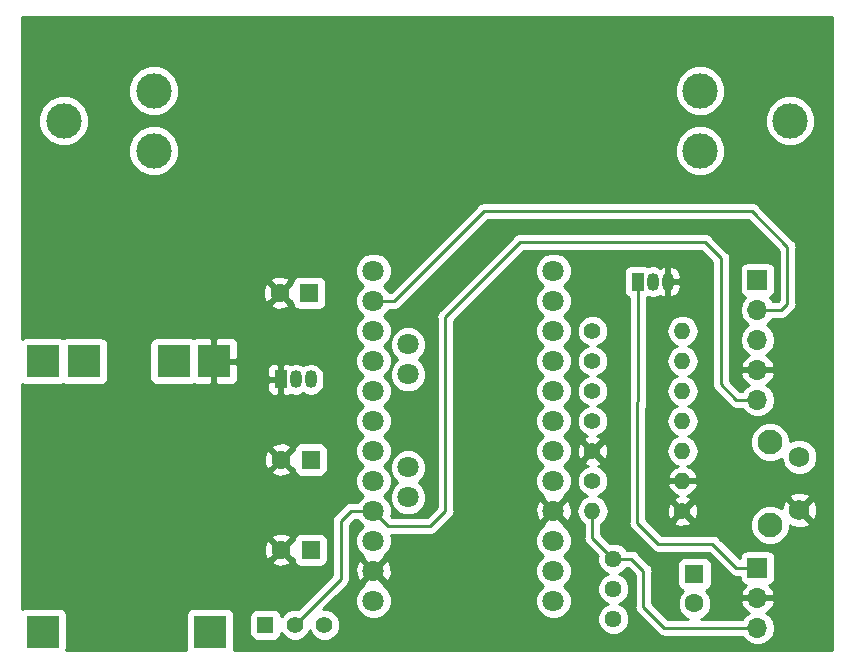
<source format=gtl>
G04 #@! TF.GenerationSoftware,KiCad,Pcbnew,(5.0.2)-1*
G04 #@! TF.CreationDate,2019-04-14T17:31:43+02:00*
G04 #@! TF.ProjectId,APRS-Tracker_ArduinoProMini,41505253-2d54-4726-9163-6b65725f4172,rev?*
G04 #@! TF.SameCoordinates,Original*
G04 #@! TF.FileFunction,Copper,L1,Top*
G04 #@! TF.FilePolarity,Positive*
%FSLAX46Y46*%
G04 Gerber Fmt 4.6, Leading zero omitted, Abs format (unit mm)*
G04 Created by KiCad (PCBNEW (5.0.2)-1) date 14.04.2019 17:31:43*
%MOMM*%
%LPD*%
G01*
G04 APERTURE LIST*
G04 #@! TA.AperFunction,ComponentPad*
%ADD10C,1.800000*%
G04 #@! TD*
G04 #@! TA.AperFunction,ComponentPad*
%ADD11R,2.800000X2.800000*%
G04 #@! TD*
G04 #@! TA.AperFunction,ComponentPad*
%ADD12R,1.600000X1.600000*%
G04 #@! TD*
G04 #@! TA.AperFunction,ComponentPad*
%ADD13C,1.600000*%
G04 #@! TD*
G04 #@! TA.AperFunction,ComponentPad*
%ADD14R,1.050000X1.500000*%
G04 #@! TD*
G04 #@! TA.AperFunction,ComponentPad*
%ADD15O,1.050000X1.500000*%
G04 #@! TD*
G04 #@! TA.AperFunction,ComponentPad*
%ADD16C,1.400000*%
G04 #@! TD*
G04 #@! TA.AperFunction,ComponentPad*
%ADD17O,1.400000X1.400000*%
G04 #@! TD*
G04 #@! TA.AperFunction,ComponentPad*
%ADD18C,1.440000*%
G04 #@! TD*
G04 #@! TA.AperFunction,ComponentPad*
%ADD19R,1.700000X1.700000*%
G04 #@! TD*
G04 #@! TA.AperFunction,ComponentPad*
%ADD20O,1.700000X1.700000*%
G04 #@! TD*
G04 #@! TA.AperFunction,ComponentPad*
%ADD21C,2.100000*%
G04 #@! TD*
G04 #@! TA.AperFunction,ComponentPad*
%ADD22C,1.750000*%
G04 #@! TD*
G04 #@! TA.AperFunction,ComponentPad*
%ADD23R,1.400000X1.400000*%
G04 #@! TD*
G04 #@! TA.AperFunction,ComponentPad*
%ADD24C,3.000000*%
G04 #@! TD*
G04 #@! TA.AperFunction,Conductor*
%ADD25C,0.250000*%
G04 #@! TD*
G04 #@! TA.AperFunction,Conductor*
%ADD26C,0.254000*%
G04 #@! TD*
G04 APERTURE END LIST*
D10*
G04 #@! TO.P,U3,34*
G04 #@! TO.N,N/C*
X103905000Y-134483000D03*
G04 #@! TO.P,U3,33*
X103905000Y-131943000D03*
G04 #@! TO.P,U3,31*
X103905000Y-142357000D03*
G04 #@! TO.P,U3,32*
X103905000Y-144897000D03*
G04 #@! TO.P,U3,13*
G04 #@! TO.N,Net-(SW1-Pad1)*
X100984000Y-125720000D03*
G04 #@! TO.P,U3,14*
G04 #@! TO.N,/RX*
X100984000Y-128260000D03*
G04 #@! TO.P,U3,16*
G04 #@! TO.N,N/C*
X100984000Y-133340000D03*
G04 #@! TO.P,U3,15*
G04 #@! TO.N,/TX*
X100984000Y-130800000D03*
G04 #@! TO.P,U3,19*
G04 #@! TO.N,N/C*
X100984000Y-140960000D03*
G04 #@! TO.P,U3,20*
X100984000Y-143500000D03*
G04 #@! TO.P,U3,18*
X100984000Y-138420000D03*
G04 #@! TO.P,U3,17*
X100984000Y-135880000D03*
G04 #@! TO.P,U3,21*
G04 #@! TO.N,+3V3*
X100984000Y-146040000D03*
G04 #@! TO.P,U3,22*
G04 #@! TO.N,N/C*
X100984000Y-148580000D03*
G04 #@! TO.P,U3,24*
X100984000Y-153660000D03*
G04 #@! TO.P,U3,23*
G04 #@! TO.N,GND*
X100984000Y-151120000D03*
G04 #@! TO.P,U3,2*
G04 #@! TO.N,N/C*
X116224000Y-151120000D03*
G04 #@! TO.P,U3,1*
X116224000Y-153660000D03*
G04 #@! TO.P,U3,3*
X116224000Y-148580000D03*
G04 #@! TO.P,U3,4*
G04 #@! TO.N,GND*
X116224000Y-146040000D03*
G04 #@! TO.P,U3,8*
G04 #@! TO.N,Net-(R5-Pad1)*
X116224000Y-135880000D03*
G04 #@! TO.P,U3,7*
G04 #@! TO.N,Net-(R4-Pad1)*
X116224000Y-138420000D03*
G04 #@! TO.P,U3,5*
G04 #@! TO.N,N/C*
X116224000Y-143500000D03*
G04 #@! TO.P,U3,6*
G04 #@! TO.N,/PTT_IN*
X116224000Y-140960000D03*
G04 #@! TO.P,U3,10*
G04 #@! TO.N,Net-(R7-Pad1)*
X116224000Y-130800000D03*
G04 #@! TO.P,U3,9*
G04 #@! TO.N,Net-(R6-Pad1)*
X116224000Y-133340000D03*
G04 #@! TO.P,U3,11*
G04 #@! TO.N,N/C*
X116224000Y-128260000D03*
G04 #@! TO.P,U3,12*
X116224000Y-125720000D03*
G04 #@! TD*
D11*
G04 #@! TO.P,U1,6*
G04 #@! TO.N,Net-(BT1-Pad2)*
X84066000Y-133378000D03*
G04 #@! TO.P,U1,5*
G04 #@! TO.N,Net-(BT1-Pad1)*
X76466000Y-133378000D03*
G04 #@! TO.P,U1,4*
G04 #@! TO.N,GND*
X87466000Y-133378000D03*
G04 #@! TO.P,U1,3*
G04 #@! TO.N,Net-(C1-Pad1)*
X72966000Y-133378000D03*
G04 #@! TO.P,U1,2*
G04 #@! TO.N,N/C*
X87166000Y-156278000D03*
G04 #@! TO.P,U1,1*
X72966000Y-156278000D03*
G04 #@! TD*
D12*
G04 #@! TO.P,C1,1*
G04 #@! TO.N,Net-(C1-Pad1)*
X95540000Y-127570000D03*
D13*
G04 #@! TO.P,C1,2*
G04 #@! TO.N,GND*
X93040000Y-127570000D03*
G04 #@! TD*
D12*
G04 #@! TO.P,C2,1*
G04 #@! TO.N,Net-(C2-Pad1)*
X128162000Y-151374000D03*
D13*
G04 #@! TO.P,C2,2*
G04 #@! TO.N,Net-(C2-Pad2)*
X128162000Y-153874000D03*
G04 #@! TD*
G04 #@! TO.P,C3,2*
G04 #@! TO.N,GND*
X93160000Y-149330000D03*
D12*
G04 #@! TO.P,C3,1*
G04 #@! TO.N,Net-(C2-Pad1)*
X95660000Y-149330000D03*
G04 #@! TD*
D13*
G04 #@! TO.P,C4,2*
G04 #@! TO.N,GND*
X93160000Y-141700000D03*
D12*
G04 #@! TO.P,C4,1*
G04 #@! TO.N,Net-(C4-Pad1)*
X95660000Y-141700000D03*
G04 #@! TD*
D14*
G04 #@! TO.P,Q1,1*
G04 #@! TO.N,/PTT*
X123340000Y-126630000D03*
D15*
G04 #@! TO.P,Q1,3*
G04 #@! TO.N,GND*
X125880000Y-126630000D03*
G04 #@! TO.P,Q1,2*
G04 #@! TO.N,/PTT_IN*
X124610000Y-126630000D03*
G04 #@! TD*
D16*
G04 #@! TO.P,R1,1*
G04 #@! TO.N,GND*
X127146000Y-146040000D03*
D17*
G04 #@! TO.P,R1,2*
G04 #@! TO.N,/MIC_ANALOG_OUT*
X119526000Y-146040000D03*
G04 #@! TD*
D16*
G04 #@! TO.P,R2,1*
G04 #@! TO.N,/PTT_IN*
X119526000Y-143500000D03*
D17*
G04 #@! TO.P,R2,2*
G04 #@! TO.N,GND*
X127146000Y-143500000D03*
G04 #@! TD*
G04 #@! TO.P,R3,2*
G04 #@! TO.N,Net-(C2-Pad1)*
X127146000Y-140960000D03*
D16*
G04 #@! TO.P,R3,1*
G04 #@! TO.N,GND*
X119526000Y-140960000D03*
G04 #@! TD*
G04 #@! TO.P,R4,1*
G04 #@! TO.N,Net-(R4-Pad1)*
X119526000Y-138420000D03*
D17*
G04 #@! TO.P,R4,2*
G04 #@! TO.N,Net-(C2-Pad1)*
X127146000Y-138420000D03*
G04 #@! TD*
G04 #@! TO.P,R5,2*
G04 #@! TO.N,Net-(C2-Pad1)*
X127146000Y-135880000D03*
D16*
G04 #@! TO.P,R5,1*
G04 #@! TO.N,Net-(R5-Pad1)*
X119526000Y-135880000D03*
G04 #@! TD*
G04 #@! TO.P,R6,1*
G04 #@! TO.N,Net-(R6-Pad1)*
X119526000Y-133340000D03*
D17*
G04 #@! TO.P,R6,2*
G04 #@! TO.N,Net-(C2-Pad1)*
X127146000Y-133340000D03*
G04 #@! TD*
G04 #@! TO.P,R7,2*
G04 #@! TO.N,Net-(C2-Pad1)*
X127146000Y-130800000D03*
D16*
G04 #@! TO.P,R7,1*
G04 #@! TO.N,Net-(R7-Pad1)*
X119526000Y-130800000D03*
G04 #@! TD*
D18*
G04 #@! TO.P,RV1,1*
G04 #@! TO.N,Net-(C2-Pad2)*
X121304000Y-155184000D03*
G04 #@! TO.P,RV1,2*
X121304000Y-152644000D03*
G04 #@! TO.P,RV1,3*
G04 #@! TO.N,/MIC_ANALOG_OUT*
X121304000Y-150104000D03*
G04 #@! TD*
D15*
G04 #@! TO.P,U2,2*
G04 #@! TO.N,Net-(C1-Pad1)*
X94390000Y-134900000D03*
G04 #@! TO.P,U2,3*
G04 #@! TO.N,Net-(C4-Pad1)*
X95660000Y-134900000D03*
D14*
G04 #@! TO.P,U2,1*
G04 #@! TO.N,GND*
X93120000Y-134900000D03*
G04 #@! TD*
D19*
G04 #@! TO.P,J1,1*
G04 #@! TO.N,/PTT*
X133496000Y-150866000D03*
D20*
G04 #@! TO.P,J1,2*
G04 #@! TO.N,GND*
X133496000Y-153406000D03*
G04 #@! TO.P,J1,3*
G04 #@! TO.N,/MIC_ANALOG_OUT*
X133496000Y-155946000D03*
G04 #@! TD*
D19*
G04 #@! TO.P,J2,1*
G04 #@! TO.N,N/C*
X133496000Y-126482000D03*
D20*
G04 #@! TO.P,J2,2*
G04 #@! TO.N,/RX*
X133496000Y-129022000D03*
G04 #@! TO.P,J2,3*
G04 #@! TO.N,/TX*
X133496000Y-131562000D03*
G04 #@! TO.P,J2,4*
G04 #@! TO.N,GND*
X133496000Y-134102000D03*
G04 #@! TO.P,J2,5*
G04 #@! TO.N,+3V3*
X133496000Y-136642000D03*
G04 #@! TD*
D21*
G04 #@! TO.P,SW1,*
G04 #@! TO.N,*
X134562000Y-147228000D03*
D22*
G04 #@! TO.P,SW1,2*
G04 #@! TO.N,GND*
X137052000Y-145968000D03*
G04 #@! TO.P,SW1,1*
G04 #@! TO.N,Net-(SW1-Pad1)*
X137052000Y-141468000D03*
D21*
G04 #@! TO.P,SW1,*
G04 #@! TO.N,*
X134562000Y-140218000D03*
G04 #@! TD*
D23*
G04 #@! TO.P,SW2,1*
G04 #@! TO.N,Net-(C4-Pad1)*
X91830000Y-155691000D03*
D16*
G04 #@! TO.P,SW2,2*
G04 #@! TO.N,+3V3*
X94330000Y-155691000D03*
G04 #@! TO.P,SW2,3*
G04 #@! TO.N,N/C*
X96830000Y-155691000D03*
G04 #@! TD*
D24*
G04 #@! TO.P,BT1,1*
G04 #@! TO.N,Net-(BT1-Pad1)*
X74750000Y-113000000D03*
G04 #@! TO.P,BT1,4*
G04 #@! TO.N,N/C*
X82370000Y-115540000D03*
G04 #@! TO.P,BT1,3*
X82370000Y-110460000D03*
G04 #@! TO.P,BT1,6*
X128630000Y-115540000D03*
G04 #@! TO.P,BT1,5*
X128630000Y-110460000D03*
G04 #@! TO.P,BT1,2*
G04 #@! TO.N,Net-(BT1-Pad2)*
X136250000Y-113000000D03*
G04 #@! TD*
D25*
G04 #@! TO.N,+3V3*
X131718000Y-136642000D02*
X133496000Y-136642000D01*
X130420000Y-135344000D02*
X131718000Y-136642000D01*
X130420000Y-124676000D02*
X130420000Y-135344000D01*
X129064000Y-123320000D02*
X130420000Y-124676000D01*
X102254000Y-147310000D02*
X105810000Y-147310000D01*
X100984000Y-146040000D02*
X102254000Y-147310000D01*
X105810000Y-147310000D02*
X107080000Y-146040000D01*
X107080000Y-146040000D02*
X107080000Y-129620000D01*
X107080000Y-129620000D02*
X113380000Y-123320000D01*
X113380000Y-123320000D02*
X129064000Y-123320000D01*
X98220000Y-151801000D02*
X94330000Y-155691000D01*
X98220000Y-146930000D02*
X98220000Y-151801000D01*
X100984000Y-146040000D02*
X99110000Y-146040000D01*
X99110000Y-146040000D02*
X98220000Y-146930000D01*
G04 #@! TO.N,/PTT*
X123336000Y-147056000D02*
X125114000Y-148834000D01*
X123340000Y-126630000D02*
X123336000Y-147056000D01*
X125114000Y-148834000D02*
X129686000Y-148834000D01*
X129686000Y-148834000D02*
X131718000Y-150866000D01*
X131718000Y-150866000D02*
X133496000Y-150866000D01*
G04 #@! TO.N,/RX*
X102762000Y-128260000D02*
X100984000Y-128260000D01*
X135528000Y-129022000D02*
X136036000Y-128514000D01*
X133496000Y-129022000D02*
X135528000Y-129022000D01*
X136036000Y-128514000D02*
X136036000Y-123688000D01*
X136036000Y-123688000D02*
X133038000Y-120690000D01*
X133038000Y-120690000D02*
X110332000Y-120690000D01*
X110332000Y-120690000D02*
X102762000Y-128260000D01*
G04 #@! TO.N,/MIC_ANALOG_OUT*
X125622000Y-155946000D02*
X133496000Y-155946000D01*
X123844000Y-154168000D02*
X125622000Y-155946000D01*
X123844000Y-151120000D02*
X123844000Y-154168000D01*
X121304000Y-150104000D02*
X122828000Y-150104000D01*
X122828000Y-150104000D02*
X123844000Y-151120000D01*
X119526000Y-148326000D02*
X121304000Y-150104000D01*
X119526000Y-146040000D02*
X119526000Y-148326000D01*
G04 #@! TD*
D26*
G04 #@! TO.N,GND*
G36*
X139790000Y-157790000D02*
X89191162Y-157790000D01*
X89213440Y-157678000D01*
X89213440Y-154991000D01*
X90482560Y-154991000D01*
X90482560Y-156391000D01*
X90531843Y-156638765D01*
X90672191Y-156848809D01*
X90882235Y-156989157D01*
X91130000Y-157038440D01*
X92530000Y-157038440D01*
X92777765Y-156989157D01*
X92987809Y-156848809D01*
X93128157Y-156638765D01*
X93176634Y-156395051D01*
X93198242Y-156447217D01*
X93573783Y-156822758D01*
X94064452Y-157026000D01*
X94595548Y-157026000D01*
X95086217Y-156822758D01*
X95461758Y-156447217D01*
X95580000Y-156161756D01*
X95698242Y-156447217D01*
X96073783Y-156822758D01*
X96564452Y-157026000D01*
X97095548Y-157026000D01*
X97586217Y-156822758D01*
X97961758Y-156447217D01*
X98165000Y-155956548D01*
X98165000Y-155425452D01*
X97961758Y-154934783D01*
X97586217Y-154559242D01*
X97095548Y-154356000D01*
X96739801Y-154356000D01*
X97741131Y-153354670D01*
X99449000Y-153354670D01*
X99449000Y-153965330D01*
X99682690Y-154529507D01*
X100114493Y-154961310D01*
X100678670Y-155195000D01*
X101289330Y-155195000D01*
X101853507Y-154961310D01*
X102285310Y-154529507D01*
X102519000Y-153965330D01*
X102519000Y-153354670D01*
X102285310Y-152790493D01*
X101853507Y-152358690D01*
X101833885Y-152350562D01*
X101884554Y-152200159D01*
X100984000Y-151299605D01*
X100083446Y-152200159D01*
X100134115Y-152350562D01*
X100114493Y-152358690D01*
X99682690Y-152790493D01*
X99449000Y-153354670D01*
X97741131Y-153354670D01*
X98704473Y-152391329D01*
X98767929Y-152348929D01*
X98917554Y-152125000D01*
X98935904Y-152097538D01*
X98951217Y-152020554D01*
X98980000Y-151875852D01*
X98980000Y-151875848D01*
X98994888Y-151801000D01*
X98980000Y-151726152D01*
X98980000Y-150879336D01*
X99437542Y-150879336D01*
X99463161Y-151489460D01*
X99647357Y-151934148D01*
X99903841Y-152020554D01*
X100804395Y-151120000D01*
X101163605Y-151120000D01*
X102064159Y-152020554D01*
X102320643Y-151934148D01*
X102530458Y-151360664D01*
X102504839Y-150750540D01*
X102320643Y-150305852D01*
X102064159Y-150219446D01*
X101163605Y-151120000D01*
X100804395Y-151120000D01*
X99903841Y-150219446D01*
X99647357Y-150305852D01*
X99437542Y-150879336D01*
X98980000Y-150879336D01*
X98980000Y-147244801D01*
X99424802Y-146800000D01*
X99637331Y-146800000D01*
X99682690Y-146909507D01*
X100083183Y-147310000D01*
X99682690Y-147710493D01*
X99449000Y-148274670D01*
X99449000Y-148885330D01*
X99682690Y-149449507D01*
X100114493Y-149881310D01*
X100134115Y-149889438D01*
X100083446Y-150039841D01*
X100984000Y-150940395D01*
X101884554Y-150039841D01*
X101833885Y-149889438D01*
X101853507Y-149881310D01*
X102285310Y-149449507D01*
X102519000Y-148885330D01*
X102519000Y-148274670D01*
X114689000Y-148274670D01*
X114689000Y-148885330D01*
X114922690Y-149449507D01*
X115323183Y-149850000D01*
X114922690Y-150250493D01*
X114689000Y-150814670D01*
X114689000Y-151425330D01*
X114922690Y-151989507D01*
X115323183Y-152390000D01*
X114922690Y-152790493D01*
X114689000Y-153354670D01*
X114689000Y-153965330D01*
X114922690Y-154529507D01*
X115354493Y-154961310D01*
X115918670Y-155195000D01*
X116529330Y-155195000D01*
X117093507Y-154961310D01*
X117525310Y-154529507D01*
X117759000Y-153965330D01*
X117759000Y-153354670D01*
X117525310Y-152790493D01*
X117124817Y-152390000D01*
X117525310Y-151989507D01*
X117759000Y-151425330D01*
X117759000Y-150814670D01*
X117525310Y-150250493D01*
X117124817Y-149850000D01*
X117525310Y-149449507D01*
X117759000Y-148885330D01*
X117759000Y-148274670D01*
X117525310Y-147710493D01*
X117093507Y-147278690D01*
X117073885Y-147270562D01*
X117124554Y-147120159D01*
X116224000Y-146219605D01*
X115323446Y-147120159D01*
X115374115Y-147270562D01*
X115354493Y-147278690D01*
X114922690Y-147710493D01*
X114689000Y-148274670D01*
X102519000Y-148274670D01*
X102434223Y-148070000D01*
X105735153Y-148070000D01*
X105810000Y-148084888D01*
X105884847Y-148070000D01*
X105884852Y-148070000D01*
X106106537Y-148025904D01*
X106357929Y-147857929D01*
X106400331Y-147794470D01*
X107564473Y-146630329D01*
X107627929Y-146587929D01*
X107795904Y-146336537D01*
X107840000Y-146114852D01*
X107840000Y-146114848D01*
X107854888Y-146040001D01*
X107840000Y-145965154D01*
X107840000Y-145799336D01*
X114677542Y-145799336D01*
X114703161Y-146409460D01*
X114887357Y-146854148D01*
X115143841Y-146940554D01*
X116044395Y-146040000D01*
X116403605Y-146040000D01*
X117304159Y-146940554D01*
X117560643Y-146854148D01*
X117770458Y-146280664D01*
X117760353Y-146040000D01*
X118164846Y-146040000D01*
X118268458Y-146560891D01*
X118563519Y-147002481D01*
X118766000Y-147137775D01*
X118766001Y-148251148D01*
X118751112Y-148326000D01*
X118766001Y-148400852D01*
X118810097Y-148622537D01*
X118978072Y-148873929D01*
X119041528Y-148916329D01*
X119952126Y-149826927D01*
X119949000Y-149834474D01*
X119949000Y-150373526D01*
X120155286Y-150871546D01*
X120536454Y-151252714D01*
X120829265Y-151374000D01*
X120536454Y-151495286D01*
X120155286Y-151876454D01*
X119949000Y-152374474D01*
X119949000Y-152913526D01*
X120155286Y-153411546D01*
X120536454Y-153792714D01*
X120829265Y-153914000D01*
X120536454Y-154035286D01*
X120155286Y-154416454D01*
X119949000Y-154914474D01*
X119949000Y-155453526D01*
X120155286Y-155951546D01*
X120536454Y-156332714D01*
X121034474Y-156539000D01*
X121573526Y-156539000D01*
X122071546Y-156332714D01*
X122452714Y-155951546D01*
X122659000Y-155453526D01*
X122659000Y-154914474D01*
X122452714Y-154416454D01*
X122071546Y-154035286D01*
X121778735Y-153914000D01*
X122071546Y-153792714D01*
X122452714Y-153411546D01*
X122659000Y-152913526D01*
X122659000Y-152374474D01*
X122452714Y-151876454D01*
X122071546Y-151495286D01*
X121778735Y-151374000D01*
X122071546Y-151252714D01*
X122452714Y-150871546D01*
X122455840Y-150864000D01*
X122513199Y-150864000D01*
X123084000Y-151434802D01*
X123084001Y-154093148D01*
X123069112Y-154168000D01*
X123084001Y-154242852D01*
X123128097Y-154464537D01*
X123296072Y-154715929D01*
X123359528Y-154758329D01*
X125031671Y-156430473D01*
X125074071Y-156493929D01*
X125137527Y-156536329D01*
X125325462Y-156661904D01*
X125373605Y-156671480D01*
X125547148Y-156706000D01*
X125547152Y-156706000D01*
X125622000Y-156720888D01*
X125696848Y-156706000D01*
X132217822Y-156706000D01*
X132425375Y-157016625D01*
X132916582Y-157344839D01*
X133349744Y-157431000D01*
X133642256Y-157431000D01*
X134075418Y-157344839D01*
X134566625Y-157016625D01*
X134894839Y-156525418D01*
X135010092Y-155946000D01*
X134894839Y-155366582D01*
X134566625Y-154875375D01*
X134247522Y-154662157D01*
X134377358Y-154601183D01*
X134767645Y-154172924D01*
X134937476Y-153762890D01*
X134816155Y-153533000D01*
X133623000Y-153533000D01*
X133623000Y-153553000D01*
X133369000Y-153553000D01*
X133369000Y-153533000D01*
X132175845Y-153533000D01*
X132054524Y-153762890D01*
X132224355Y-154172924D01*
X132614642Y-154601183D01*
X132744478Y-154662157D01*
X132425375Y-154875375D01*
X132217822Y-155186000D01*
X128744387Y-155186000D01*
X128974862Y-155090534D01*
X129378534Y-154686862D01*
X129597000Y-154159439D01*
X129597000Y-153588561D01*
X129378534Y-153061138D01*
X129109497Y-152792101D01*
X129209765Y-152772157D01*
X129419809Y-152631809D01*
X129560157Y-152421765D01*
X129609440Y-152174000D01*
X129609440Y-150574000D01*
X129560157Y-150326235D01*
X129419809Y-150116191D01*
X129209765Y-149975843D01*
X128962000Y-149926560D01*
X127362000Y-149926560D01*
X127114235Y-149975843D01*
X126904191Y-150116191D01*
X126763843Y-150326235D01*
X126714560Y-150574000D01*
X126714560Y-152174000D01*
X126763843Y-152421765D01*
X126904191Y-152631809D01*
X127114235Y-152772157D01*
X127214503Y-152792101D01*
X126945466Y-153061138D01*
X126727000Y-153588561D01*
X126727000Y-154159439D01*
X126945466Y-154686862D01*
X127349138Y-155090534D01*
X127579613Y-155186000D01*
X125936802Y-155186000D01*
X124604000Y-153853199D01*
X124604000Y-151194847D01*
X124618888Y-151120000D01*
X124604000Y-151045153D01*
X124604000Y-151045148D01*
X124559904Y-150823463D01*
X124391929Y-150572071D01*
X124328473Y-150529671D01*
X123418331Y-149619530D01*
X123375929Y-149556071D01*
X123124537Y-149388096D01*
X122902852Y-149344000D01*
X122902847Y-149344000D01*
X122828000Y-149329112D01*
X122753153Y-149344000D01*
X122455840Y-149344000D01*
X122452714Y-149336454D01*
X122071546Y-148955286D01*
X121573526Y-148749000D01*
X121034474Y-148749000D01*
X121026927Y-148752126D01*
X120286000Y-148011199D01*
X120286000Y-147137774D01*
X120488481Y-147002481D01*
X120783542Y-146560891D01*
X120887154Y-146040000D01*
X120783542Y-145519109D01*
X120488481Y-145077519D01*
X120046891Y-144782458D01*
X119960082Y-144765191D01*
X120282217Y-144631758D01*
X120657758Y-144256217D01*
X120861000Y-143765548D01*
X120861000Y-143234452D01*
X120657758Y-142743783D01*
X120282217Y-142368242D01*
X119964698Y-142236721D01*
X120219831Y-142131042D01*
X120281669Y-141895275D01*
X119526000Y-141139605D01*
X118770331Y-141895275D01*
X118832169Y-142131042D01*
X119107987Y-142228153D01*
X118769783Y-142368242D01*
X118394242Y-142743783D01*
X118191000Y-143234452D01*
X118191000Y-143765548D01*
X118394242Y-144256217D01*
X118769783Y-144631758D01*
X119091918Y-144765191D01*
X119005109Y-144782458D01*
X118563519Y-145077519D01*
X118268458Y-145519109D01*
X118164846Y-146040000D01*
X117760353Y-146040000D01*
X117744839Y-145670540D01*
X117560643Y-145225852D01*
X117304159Y-145139446D01*
X116403605Y-146040000D01*
X116044395Y-146040000D01*
X115143841Y-145139446D01*
X114887357Y-145225852D01*
X114677542Y-145799336D01*
X107840000Y-145799336D01*
X107840000Y-129934801D01*
X112360132Y-125414670D01*
X114689000Y-125414670D01*
X114689000Y-126025330D01*
X114922690Y-126589507D01*
X115323183Y-126990000D01*
X114922690Y-127390493D01*
X114689000Y-127954670D01*
X114689000Y-128565330D01*
X114922690Y-129129507D01*
X115323183Y-129530000D01*
X114922690Y-129930493D01*
X114689000Y-130494670D01*
X114689000Y-131105330D01*
X114922690Y-131669507D01*
X115323183Y-132070000D01*
X114922690Y-132470493D01*
X114689000Y-133034670D01*
X114689000Y-133645330D01*
X114922690Y-134209507D01*
X115323183Y-134610000D01*
X114922690Y-135010493D01*
X114689000Y-135574670D01*
X114689000Y-136185330D01*
X114922690Y-136749507D01*
X115323183Y-137150000D01*
X114922690Y-137550493D01*
X114689000Y-138114670D01*
X114689000Y-138725330D01*
X114922690Y-139289507D01*
X115323183Y-139690000D01*
X114922690Y-140090493D01*
X114689000Y-140654670D01*
X114689000Y-141265330D01*
X114922690Y-141829507D01*
X115323183Y-142230000D01*
X114922690Y-142630493D01*
X114689000Y-143194670D01*
X114689000Y-143805330D01*
X114922690Y-144369507D01*
X115354493Y-144801310D01*
X115374115Y-144809438D01*
X115323446Y-144959841D01*
X116224000Y-145860395D01*
X117124554Y-144959841D01*
X117073885Y-144809438D01*
X117093507Y-144801310D01*
X117525310Y-144369507D01*
X117759000Y-143805330D01*
X117759000Y-143194670D01*
X117525310Y-142630493D01*
X117124817Y-142230000D01*
X117525310Y-141829507D01*
X117759000Y-141265330D01*
X117759000Y-140767122D01*
X118178581Y-140767122D01*
X118207336Y-141297440D01*
X118354958Y-141653831D01*
X118590725Y-141715669D01*
X119346395Y-140960000D01*
X119705605Y-140960000D01*
X120461275Y-141715669D01*
X120697042Y-141653831D01*
X120873419Y-141152878D01*
X120844664Y-140622560D01*
X120697042Y-140266169D01*
X120461275Y-140204331D01*
X119705605Y-140960000D01*
X119346395Y-140960000D01*
X118590725Y-140204331D01*
X118354958Y-140266169D01*
X118178581Y-140767122D01*
X117759000Y-140767122D01*
X117759000Y-140654670D01*
X117525310Y-140090493D01*
X117124817Y-139690000D01*
X117525310Y-139289507D01*
X117759000Y-138725330D01*
X117759000Y-138114670D01*
X117525310Y-137550493D01*
X117124817Y-137150000D01*
X117525310Y-136749507D01*
X117759000Y-136185330D01*
X117759000Y-135574670D01*
X117525310Y-135010493D01*
X117124817Y-134610000D01*
X117525310Y-134209507D01*
X117759000Y-133645330D01*
X117759000Y-133034670D01*
X117525310Y-132470493D01*
X117124817Y-132070000D01*
X117525310Y-131669507D01*
X117759000Y-131105330D01*
X117759000Y-130534452D01*
X118191000Y-130534452D01*
X118191000Y-131065548D01*
X118394242Y-131556217D01*
X118769783Y-131931758D01*
X119103528Y-132070000D01*
X118769783Y-132208242D01*
X118394242Y-132583783D01*
X118191000Y-133074452D01*
X118191000Y-133605548D01*
X118394242Y-134096217D01*
X118769783Y-134471758D01*
X119103528Y-134610000D01*
X118769783Y-134748242D01*
X118394242Y-135123783D01*
X118191000Y-135614452D01*
X118191000Y-136145548D01*
X118394242Y-136636217D01*
X118769783Y-137011758D01*
X119103528Y-137150000D01*
X118769783Y-137288242D01*
X118394242Y-137663783D01*
X118191000Y-138154452D01*
X118191000Y-138685548D01*
X118394242Y-139176217D01*
X118769783Y-139551758D01*
X119087302Y-139683279D01*
X118832169Y-139788958D01*
X118770331Y-140024725D01*
X119526000Y-140780395D01*
X120281669Y-140024725D01*
X120219831Y-139788958D01*
X119944013Y-139691847D01*
X120282217Y-139551758D01*
X120657758Y-139176217D01*
X120861000Y-138685548D01*
X120861000Y-138154452D01*
X120657758Y-137663783D01*
X120282217Y-137288242D01*
X119948472Y-137150000D01*
X120282217Y-137011758D01*
X120657758Y-136636217D01*
X120861000Y-136145548D01*
X120861000Y-135614452D01*
X120657758Y-135123783D01*
X120282217Y-134748242D01*
X119948472Y-134610000D01*
X120282217Y-134471758D01*
X120657758Y-134096217D01*
X120861000Y-133605548D01*
X120861000Y-133074452D01*
X120657758Y-132583783D01*
X120282217Y-132208242D01*
X119948472Y-132070000D01*
X120282217Y-131931758D01*
X120657758Y-131556217D01*
X120861000Y-131065548D01*
X120861000Y-130534452D01*
X120657758Y-130043783D01*
X120282217Y-129668242D01*
X119791548Y-129465000D01*
X119260452Y-129465000D01*
X118769783Y-129668242D01*
X118394242Y-130043783D01*
X118191000Y-130534452D01*
X117759000Y-130534452D01*
X117759000Y-130494670D01*
X117525310Y-129930493D01*
X117124817Y-129530000D01*
X117525310Y-129129507D01*
X117759000Y-128565330D01*
X117759000Y-127954670D01*
X117525310Y-127390493D01*
X117124817Y-126990000D01*
X117525310Y-126589507D01*
X117759000Y-126025330D01*
X117759000Y-125880000D01*
X122167560Y-125880000D01*
X122167560Y-127380000D01*
X122216843Y-127627765D01*
X122357191Y-127837809D01*
X122567235Y-127978157D01*
X122579736Y-127980644D01*
X122576015Y-146981076D01*
X122561112Y-147056000D01*
X122590117Y-147201817D01*
X122620038Y-147352396D01*
X122620082Y-147352462D01*
X122620097Y-147352537D01*
X122703782Y-147477781D01*
X122787964Y-147603821D01*
X122851474Y-147646275D01*
X124523670Y-149318472D01*
X124566071Y-149381929D01*
X124629527Y-149424329D01*
X124817462Y-149549904D01*
X124859124Y-149558191D01*
X125039148Y-149594000D01*
X125039152Y-149594000D01*
X125114000Y-149608888D01*
X125188848Y-149594000D01*
X129371199Y-149594000D01*
X131127671Y-151350473D01*
X131170071Y-151413929D01*
X131421463Y-151581904D01*
X131643148Y-151626000D01*
X131643153Y-151626000D01*
X131718000Y-151640888D01*
X131792847Y-151626000D01*
X131998560Y-151626000D01*
X131998560Y-151716000D01*
X132047843Y-151963765D01*
X132188191Y-152173809D01*
X132398235Y-152314157D01*
X132501708Y-152334739D01*
X132224355Y-152639076D01*
X132054524Y-153049110D01*
X132175845Y-153279000D01*
X133369000Y-153279000D01*
X133369000Y-153259000D01*
X133623000Y-153259000D01*
X133623000Y-153279000D01*
X134816155Y-153279000D01*
X134937476Y-153049110D01*
X134767645Y-152639076D01*
X134490292Y-152334739D01*
X134593765Y-152314157D01*
X134803809Y-152173809D01*
X134944157Y-151963765D01*
X134993440Y-151716000D01*
X134993440Y-150016000D01*
X134944157Y-149768235D01*
X134803809Y-149558191D01*
X134593765Y-149417843D01*
X134346000Y-149368560D01*
X132646000Y-149368560D01*
X132398235Y-149417843D01*
X132188191Y-149558191D01*
X132047843Y-149768235D01*
X131998560Y-150016000D01*
X131998560Y-150071758D01*
X130276331Y-148349530D01*
X130233929Y-148286071D01*
X129982537Y-148118096D01*
X129760852Y-148074000D01*
X129760847Y-148074000D01*
X129686000Y-148059112D01*
X129611153Y-148074000D01*
X125428802Y-148074000D01*
X124330077Y-146975275D01*
X126390331Y-146975275D01*
X126452169Y-147211042D01*
X126953122Y-147387419D01*
X127483440Y-147358664D01*
X127839831Y-147211042D01*
X127901669Y-146975275D01*
X127819228Y-146892833D01*
X132877000Y-146892833D01*
X132877000Y-147563167D01*
X133133526Y-148182476D01*
X133607524Y-148656474D01*
X134226833Y-148913000D01*
X134897167Y-148913000D01*
X135516476Y-148656474D01*
X135990474Y-148182476D01*
X136247000Y-147563167D01*
X136247000Y-147266027D01*
X136252884Y-147283953D01*
X136817306Y-147489590D01*
X137417458Y-147463579D01*
X137851116Y-147283953D01*
X137934455Y-147030060D01*
X137052000Y-146147605D01*
X137037858Y-146161748D01*
X136858253Y-145982143D01*
X136872395Y-145968000D01*
X137231605Y-145968000D01*
X138114060Y-146850455D01*
X138367953Y-146767116D01*
X138573590Y-146202694D01*
X138547579Y-145602542D01*
X138367953Y-145168884D01*
X138114060Y-145085545D01*
X137231605Y-145968000D01*
X136872395Y-145968000D01*
X135989940Y-145085545D01*
X135736047Y-145168884D01*
X135530410Y-145733306D01*
X135534041Y-145817091D01*
X135516476Y-145799526D01*
X134897167Y-145543000D01*
X134226833Y-145543000D01*
X133607524Y-145799526D01*
X133133526Y-146273524D01*
X132877000Y-146892833D01*
X127819228Y-146892833D01*
X127146000Y-146219605D01*
X126390331Y-146975275D01*
X124330077Y-146975275D01*
X124096061Y-146741260D01*
X124096236Y-145847122D01*
X125798581Y-145847122D01*
X125827336Y-146377440D01*
X125974958Y-146733831D01*
X126210725Y-146795669D01*
X126966395Y-146040000D01*
X127325605Y-146040000D01*
X128081275Y-146795669D01*
X128317042Y-146733831D01*
X128493419Y-146232878D01*
X128464664Y-145702560D01*
X128317042Y-145346169D01*
X128081275Y-145284331D01*
X127325605Y-146040000D01*
X126966395Y-146040000D01*
X126210725Y-145284331D01*
X125974958Y-145346169D01*
X125798581Y-145847122D01*
X124096236Y-145847122D01*
X124096630Y-143833329D01*
X125853284Y-143833329D01*
X125996203Y-144178396D01*
X126343337Y-144566764D01*
X126731062Y-144753437D01*
X126452169Y-144868958D01*
X126390331Y-145104725D01*
X127146000Y-145860395D01*
X127901669Y-145104725D01*
X127849531Y-144905940D01*
X136169545Y-144905940D01*
X137052000Y-145788395D01*
X137934455Y-144905940D01*
X137851116Y-144652047D01*
X137286694Y-144446410D01*
X136686542Y-144472421D01*
X136252884Y-144652047D01*
X136169545Y-144905940D01*
X127849531Y-144905940D01*
X127839831Y-144868958D01*
X127540150Y-144763445D01*
X127948663Y-144566764D01*
X128295797Y-144178396D01*
X128438716Y-143833329D01*
X128315374Y-143627000D01*
X127273000Y-143627000D01*
X127273000Y-143647000D01*
X127019000Y-143647000D01*
X127019000Y-143627000D01*
X125976626Y-143627000D01*
X125853284Y-143833329D01*
X124096630Y-143833329D01*
X124099182Y-130800000D01*
X125784846Y-130800000D01*
X125888458Y-131320891D01*
X126183519Y-131762481D01*
X126625109Y-132057542D01*
X126687739Y-132070000D01*
X126625109Y-132082458D01*
X126183519Y-132377519D01*
X125888458Y-132819109D01*
X125784846Y-133340000D01*
X125888458Y-133860891D01*
X126183519Y-134302481D01*
X126625109Y-134597542D01*
X126687739Y-134610000D01*
X126625109Y-134622458D01*
X126183519Y-134917519D01*
X125888458Y-135359109D01*
X125784846Y-135880000D01*
X125888458Y-136400891D01*
X126183519Y-136842481D01*
X126625109Y-137137542D01*
X126687739Y-137150000D01*
X126625109Y-137162458D01*
X126183519Y-137457519D01*
X125888458Y-137899109D01*
X125784846Y-138420000D01*
X125888458Y-138940891D01*
X126183519Y-139382481D01*
X126625109Y-139677542D01*
X126687739Y-139690000D01*
X126625109Y-139702458D01*
X126183519Y-139997519D01*
X125888458Y-140439109D01*
X125784846Y-140960000D01*
X125888458Y-141480891D01*
X126183519Y-141922481D01*
X126625109Y-142217542D01*
X126742741Y-142240940D01*
X126343337Y-142433236D01*
X125996203Y-142821604D01*
X125853284Y-143166671D01*
X125976626Y-143373000D01*
X127019000Y-143373000D01*
X127019000Y-143353000D01*
X127273000Y-143353000D01*
X127273000Y-143373000D01*
X128315374Y-143373000D01*
X128438716Y-143166671D01*
X128295797Y-142821604D01*
X127948663Y-142433236D01*
X127549259Y-142240940D01*
X127666891Y-142217542D01*
X128108481Y-141922481D01*
X128403542Y-141480891D01*
X128507154Y-140960000D01*
X128403542Y-140439109D01*
X128108481Y-139997519D01*
X127936842Y-139882833D01*
X132877000Y-139882833D01*
X132877000Y-140553167D01*
X133133526Y-141172476D01*
X133607524Y-141646474D01*
X134226833Y-141903000D01*
X134897167Y-141903000D01*
X135516476Y-141646474D01*
X135542000Y-141620950D01*
X135542000Y-141768358D01*
X135771884Y-142323346D01*
X136196654Y-142748116D01*
X136751642Y-142978000D01*
X137352358Y-142978000D01*
X137907346Y-142748116D01*
X138332116Y-142323346D01*
X138562000Y-141768358D01*
X138562000Y-141167642D01*
X138332116Y-140612654D01*
X137907346Y-140187884D01*
X137352358Y-139958000D01*
X136751642Y-139958000D01*
X136247000Y-140167030D01*
X136247000Y-139882833D01*
X135990474Y-139263524D01*
X135516476Y-138789526D01*
X134897167Y-138533000D01*
X134226833Y-138533000D01*
X133607524Y-138789526D01*
X133133526Y-139263524D01*
X132877000Y-139882833D01*
X127936842Y-139882833D01*
X127666891Y-139702458D01*
X127604261Y-139690000D01*
X127666891Y-139677542D01*
X128108481Y-139382481D01*
X128403542Y-138940891D01*
X128507154Y-138420000D01*
X128403542Y-137899109D01*
X128108481Y-137457519D01*
X127666891Y-137162458D01*
X127604261Y-137150000D01*
X127666891Y-137137542D01*
X128108481Y-136842481D01*
X128403542Y-136400891D01*
X128507154Y-135880000D01*
X128403542Y-135359109D01*
X128108481Y-134917519D01*
X127666891Y-134622458D01*
X127604261Y-134610000D01*
X127666891Y-134597542D01*
X128108481Y-134302481D01*
X128403542Y-133860891D01*
X128507154Y-133340000D01*
X128403542Y-132819109D01*
X128108481Y-132377519D01*
X127666891Y-132082458D01*
X127604261Y-132070000D01*
X127666891Y-132057542D01*
X128108481Y-131762481D01*
X128403542Y-131320891D01*
X128507154Y-130800000D01*
X128403542Y-130279109D01*
X128108481Y-129837519D01*
X127666891Y-129542458D01*
X127277485Y-129465000D01*
X127014515Y-129465000D01*
X126625109Y-129542458D01*
X126183519Y-129837519D01*
X125888458Y-130279109D01*
X125784846Y-130800000D01*
X124099182Y-130800000D01*
X124099735Y-127980749D01*
X124112765Y-127978157D01*
X124158134Y-127947842D01*
X124610000Y-128037725D01*
X125062609Y-127947695D01*
X125254996Y-127819146D01*
X125512664Y-127965266D01*
X125574190Y-127973964D01*
X125753000Y-127848163D01*
X125753000Y-127054709D01*
X125770000Y-126969245D01*
X125770000Y-126757000D01*
X126007000Y-126757000D01*
X126007000Y-127848163D01*
X126185810Y-127973964D01*
X126247336Y-127965266D01*
X126644255Y-127740179D01*
X126924823Y-127380331D01*
X127046326Y-126940506D01*
X126886593Y-126757000D01*
X126007000Y-126757000D01*
X125770000Y-126757000D01*
X125770000Y-126290754D01*
X125753000Y-126205290D01*
X125753000Y-125411837D01*
X126007000Y-125411837D01*
X126007000Y-126503000D01*
X126886593Y-126503000D01*
X127046326Y-126319494D01*
X126924823Y-125879669D01*
X126644255Y-125519821D01*
X126247336Y-125294734D01*
X126185810Y-125286036D01*
X126007000Y-125411837D01*
X125753000Y-125411837D01*
X125574190Y-125286036D01*
X125512664Y-125294734D01*
X125254996Y-125440854D01*
X125062608Y-125312305D01*
X124610000Y-125222275D01*
X124158133Y-125312157D01*
X124112765Y-125281843D01*
X123865000Y-125232560D01*
X122815000Y-125232560D01*
X122567235Y-125281843D01*
X122357191Y-125422191D01*
X122216843Y-125632235D01*
X122167560Y-125880000D01*
X117759000Y-125880000D01*
X117759000Y-125414670D01*
X117525310Y-124850493D01*
X117093507Y-124418690D01*
X116529330Y-124185000D01*
X115918670Y-124185000D01*
X115354493Y-124418690D01*
X114922690Y-124850493D01*
X114689000Y-125414670D01*
X112360132Y-125414670D01*
X113694803Y-124080000D01*
X128749199Y-124080000D01*
X129660000Y-124990802D01*
X129660001Y-135269148D01*
X129645112Y-135344000D01*
X129660001Y-135418852D01*
X129704097Y-135640537D01*
X129872072Y-135891929D01*
X129935528Y-135934329D01*
X131127671Y-137126473D01*
X131170071Y-137189929D01*
X131421463Y-137357904D01*
X131643148Y-137402000D01*
X131643152Y-137402000D01*
X131717999Y-137416888D01*
X131792846Y-137402000D01*
X132217822Y-137402000D01*
X132425375Y-137712625D01*
X132916582Y-138040839D01*
X133349744Y-138127000D01*
X133642256Y-138127000D01*
X134075418Y-138040839D01*
X134566625Y-137712625D01*
X134894839Y-137221418D01*
X135010092Y-136642000D01*
X134894839Y-136062582D01*
X134566625Y-135571375D01*
X134247522Y-135358157D01*
X134377358Y-135297183D01*
X134767645Y-134868924D01*
X134937476Y-134458890D01*
X134816155Y-134229000D01*
X133623000Y-134229000D01*
X133623000Y-134249000D01*
X133369000Y-134249000D01*
X133369000Y-134229000D01*
X132175845Y-134229000D01*
X132054524Y-134458890D01*
X132224355Y-134868924D01*
X132614642Y-135297183D01*
X132744478Y-135358157D01*
X132425375Y-135571375D01*
X132217822Y-135882000D01*
X132032802Y-135882000D01*
X131180000Y-135029199D01*
X131180000Y-124750848D01*
X131194888Y-124676000D01*
X131180000Y-124601152D01*
X131180000Y-124601148D01*
X131135904Y-124379463D01*
X130967929Y-124128071D01*
X130904473Y-124085671D01*
X129654331Y-122835530D01*
X129611929Y-122772071D01*
X129360537Y-122604096D01*
X129138852Y-122560000D01*
X129138847Y-122560000D01*
X129064000Y-122545112D01*
X128989153Y-122560000D01*
X113454846Y-122560000D01*
X113379999Y-122545112D01*
X113305152Y-122560000D01*
X113305148Y-122560000D01*
X113083463Y-122604096D01*
X113083461Y-122604097D01*
X113083462Y-122604097D01*
X112895526Y-122729671D01*
X112895524Y-122729673D01*
X112832071Y-122772071D01*
X112789673Y-122835524D01*
X106595528Y-129029671D01*
X106532072Y-129072071D01*
X106489672Y-129135527D01*
X106489671Y-129135528D01*
X106364097Y-129323463D01*
X106305112Y-129620000D01*
X106320001Y-129694852D01*
X106320000Y-145725198D01*
X105495199Y-146550000D01*
X102568802Y-146550000D01*
X102473640Y-146454838D01*
X102519000Y-146345330D01*
X102519000Y-145734670D01*
X102285310Y-145170493D01*
X101884817Y-144770000D01*
X102285310Y-144369507D01*
X102519000Y-143805330D01*
X102519000Y-143194670D01*
X102285310Y-142630493D01*
X101884817Y-142230000D01*
X102063147Y-142051670D01*
X102370000Y-142051670D01*
X102370000Y-142662330D01*
X102603690Y-143226507D01*
X103004183Y-143627000D01*
X102603690Y-144027493D01*
X102370000Y-144591670D01*
X102370000Y-145202330D01*
X102603690Y-145766507D01*
X103035493Y-146198310D01*
X103599670Y-146432000D01*
X104210330Y-146432000D01*
X104774507Y-146198310D01*
X105206310Y-145766507D01*
X105440000Y-145202330D01*
X105440000Y-144591670D01*
X105206310Y-144027493D01*
X104805817Y-143627000D01*
X105206310Y-143226507D01*
X105440000Y-142662330D01*
X105440000Y-142051670D01*
X105206310Y-141487493D01*
X104774507Y-141055690D01*
X104210330Y-140822000D01*
X103599670Y-140822000D01*
X103035493Y-141055690D01*
X102603690Y-141487493D01*
X102370000Y-142051670D01*
X102063147Y-142051670D01*
X102285310Y-141829507D01*
X102519000Y-141265330D01*
X102519000Y-140654670D01*
X102285310Y-140090493D01*
X101884817Y-139690000D01*
X102285310Y-139289507D01*
X102519000Y-138725330D01*
X102519000Y-138114670D01*
X102285310Y-137550493D01*
X101884817Y-137150000D01*
X102285310Y-136749507D01*
X102519000Y-136185330D01*
X102519000Y-135574670D01*
X102285310Y-135010493D01*
X101884817Y-134610000D01*
X102285310Y-134209507D01*
X102519000Y-133645330D01*
X102519000Y-133034670D01*
X102285310Y-132470493D01*
X101884817Y-132070000D01*
X102285310Y-131669507D01*
X102298497Y-131637670D01*
X102370000Y-131637670D01*
X102370000Y-132248330D01*
X102603690Y-132812507D01*
X103004183Y-133213000D01*
X102603690Y-133613493D01*
X102370000Y-134177670D01*
X102370000Y-134788330D01*
X102603690Y-135352507D01*
X103035493Y-135784310D01*
X103599670Y-136018000D01*
X104210330Y-136018000D01*
X104774507Y-135784310D01*
X105206310Y-135352507D01*
X105440000Y-134788330D01*
X105440000Y-134177670D01*
X105206310Y-133613493D01*
X104805817Y-133213000D01*
X105206310Y-132812507D01*
X105440000Y-132248330D01*
X105440000Y-131637670D01*
X105206310Y-131073493D01*
X104774507Y-130641690D01*
X104210330Y-130408000D01*
X103599670Y-130408000D01*
X103035493Y-130641690D01*
X102603690Y-131073493D01*
X102370000Y-131637670D01*
X102298497Y-131637670D01*
X102519000Y-131105330D01*
X102519000Y-130494670D01*
X102285310Y-129930493D01*
X101884817Y-129530000D01*
X102285310Y-129129507D01*
X102330669Y-129020000D01*
X102687153Y-129020000D01*
X102762000Y-129034888D01*
X102836847Y-129020000D01*
X102836852Y-129020000D01*
X103058537Y-128975904D01*
X103309929Y-128807929D01*
X103352331Y-128744470D01*
X110646802Y-121450000D01*
X132723199Y-121450000D01*
X135276001Y-124002803D01*
X135276000Y-128199198D01*
X135213198Y-128262000D01*
X134774178Y-128262000D01*
X134566625Y-127951375D01*
X134548381Y-127939184D01*
X134593765Y-127930157D01*
X134803809Y-127789809D01*
X134944157Y-127579765D01*
X134993440Y-127332000D01*
X134993440Y-125632000D01*
X134944157Y-125384235D01*
X134803809Y-125174191D01*
X134593765Y-125033843D01*
X134346000Y-124984560D01*
X132646000Y-124984560D01*
X132398235Y-125033843D01*
X132188191Y-125174191D01*
X132047843Y-125384235D01*
X131998560Y-125632000D01*
X131998560Y-127332000D01*
X132047843Y-127579765D01*
X132188191Y-127789809D01*
X132398235Y-127930157D01*
X132443619Y-127939184D01*
X132425375Y-127951375D01*
X132097161Y-128442582D01*
X131981908Y-129022000D01*
X132097161Y-129601418D01*
X132425375Y-130092625D01*
X132723761Y-130292000D01*
X132425375Y-130491375D01*
X132097161Y-130982582D01*
X131981908Y-131562000D01*
X132097161Y-132141418D01*
X132425375Y-132632625D01*
X132744478Y-132845843D01*
X132614642Y-132906817D01*
X132224355Y-133335076D01*
X132054524Y-133745110D01*
X132175845Y-133975000D01*
X133369000Y-133975000D01*
X133369000Y-133955000D01*
X133623000Y-133955000D01*
X133623000Y-133975000D01*
X134816155Y-133975000D01*
X134937476Y-133745110D01*
X134767645Y-133335076D01*
X134377358Y-132906817D01*
X134247522Y-132845843D01*
X134566625Y-132632625D01*
X134894839Y-132141418D01*
X135010092Y-131562000D01*
X134894839Y-130982582D01*
X134566625Y-130491375D01*
X134268239Y-130292000D01*
X134566625Y-130092625D01*
X134774178Y-129782000D01*
X135453153Y-129782000D01*
X135528000Y-129796888D01*
X135602847Y-129782000D01*
X135602852Y-129782000D01*
X135824537Y-129737904D01*
X136075929Y-129569929D01*
X136118330Y-129506471D01*
X136520475Y-129104327D01*
X136583929Y-129061929D01*
X136626327Y-128998476D01*
X136626329Y-128998474D01*
X136751903Y-128810538D01*
X136751904Y-128810537D01*
X136796000Y-128588852D01*
X136796000Y-128588848D01*
X136810888Y-128514001D01*
X136796000Y-128439154D01*
X136796000Y-123762846D01*
X136810888Y-123687999D01*
X136796000Y-123613152D01*
X136796000Y-123613148D01*
X136751904Y-123391463D01*
X136583929Y-123140071D01*
X136520473Y-123097671D01*
X133628331Y-120205530D01*
X133585929Y-120142071D01*
X133334537Y-119974096D01*
X133112852Y-119930000D01*
X133112847Y-119930000D01*
X133038000Y-119915112D01*
X132963153Y-119930000D01*
X110406848Y-119930000D01*
X110332000Y-119915112D01*
X110257152Y-119930000D01*
X110257148Y-119930000D01*
X110083605Y-119964520D01*
X110035462Y-119974096D01*
X109848418Y-120099076D01*
X109784071Y-120142071D01*
X109741671Y-120205527D01*
X102447199Y-127500000D01*
X102330669Y-127500000D01*
X102285310Y-127390493D01*
X101884817Y-126990000D01*
X102285310Y-126589507D01*
X102519000Y-126025330D01*
X102519000Y-125414670D01*
X102285310Y-124850493D01*
X101853507Y-124418690D01*
X101289330Y-124185000D01*
X100678670Y-124185000D01*
X100114493Y-124418690D01*
X99682690Y-124850493D01*
X99449000Y-125414670D01*
X99449000Y-126025330D01*
X99682690Y-126589507D01*
X100083183Y-126990000D01*
X99682690Y-127390493D01*
X99449000Y-127954670D01*
X99449000Y-128565330D01*
X99682690Y-129129507D01*
X100083183Y-129530000D01*
X99682690Y-129930493D01*
X99449000Y-130494670D01*
X99449000Y-131105330D01*
X99682690Y-131669507D01*
X100083183Y-132070000D01*
X99682690Y-132470493D01*
X99449000Y-133034670D01*
X99449000Y-133645330D01*
X99682690Y-134209507D01*
X100083183Y-134610000D01*
X99682690Y-135010493D01*
X99449000Y-135574670D01*
X99449000Y-136185330D01*
X99682690Y-136749507D01*
X100083183Y-137150000D01*
X99682690Y-137550493D01*
X99449000Y-138114670D01*
X99449000Y-138725330D01*
X99682690Y-139289507D01*
X100083183Y-139690000D01*
X99682690Y-140090493D01*
X99449000Y-140654670D01*
X99449000Y-141265330D01*
X99682690Y-141829507D01*
X100083183Y-142230000D01*
X99682690Y-142630493D01*
X99449000Y-143194670D01*
X99449000Y-143805330D01*
X99682690Y-144369507D01*
X100083183Y-144770000D01*
X99682690Y-145170493D01*
X99637331Y-145280000D01*
X99184846Y-145280000D01*
X99109999Y-145265112D01*
X99035152Y-145280000D01*
X99035148Y-145280000D01*
X98813463Y-145324096D01*
X98562071Y-145492071D01*
X98519671Y-145555527D01*
X97735530Y-146339669D01*
X97672071Y-146382071D01*
X97504096Y-146633464D01*
X97460000Y-146855149D01*
X97460000Y-146855153D01*
X97445112Y-146930000D01*
X97460000Y-147004847D01*
X97460001Y-151486197D01*
X94590199Y-154356000D01*
X94064452Y-154356000D01*
X93573783Y-154559242D01*
X93198242Y-154934783D01*
X93176634Y-154986949D01*
X93128157Y-154743235D01*
X92987809Y-154533191D01*
X92777765Y-154392843D01*
X92530000Y-154343560D01*
X91130000Y-154343560D01*
X90882235Y-154392843D01*
X90672191Y-154533191D01*
X90531843Y-154743235D01*
X90482560Y-154991000D01*
X89213440Y-154991000D01*
X89213440Y-154878000D01*
X89164157Y-154630235D01*
X89023809Y-154420191D01*
X88813765Y-154279843D01*
X88566000Y-154230560D01*
X85766000Y-154230560D01*
X85518235Y-154279843D01*
X85308191Y-154420191D01*
X85167843Y-154630235D01*
X85118560Y-154878000D01*
X85118560Y-157678000D01*
X85140838Y-157790000D01*
X74991162Y-157790000D01*
X75013440Y-157678000D01*
X75013440Y-154878000D01*
X74964157Y-154630235D01*
X74823809Y-154420191D01*
X74613765Y-154279843D01*
X74366000Y-154230560D01*
X71566000Y-154230560D01*
X71318235Y-154279843D01*
X71210000Y-154352164D01*
X71210000Y-150337745D01*
X92331861Y-150337745D01*
X92405995Y-150583864D01*
X92943223Y-150776965D01*
X93513454Y-150749778D01*
X93914005Y-150583864D01*
X93988139Y-150337745D01*
X93160000Y-149509605D01*
X92331861Y-150337745D01*
X71210000Y-150337745D01*
X71210000Y-149113223D01*
X91713035Y-149113223D01*
X91740222Y-149683454D01*
X91906136Y-150084005D01*
X92152255Y-150158139D01*
X92980395Y-149330000D01*
X93339605Y-149330000D01*
X94167745Y-150158139D01*
X94215307Y-150143813D01*
X94261843Y-150377765D01*
X94402191Y-150587809D01*
X94612235Y-150728157D01*
X94860000Y-150777440D01*
X96460000Y-150777440D01*
X96707765Y-150728157D01*
X96917809Y-150587809D01*
X97058157Y-150377765D01*
X97107440Y-150130000D01*
X97107440Y-148530000D01*
X97058157Y-148282235D01*
X96917809Y-148072191D01*
X96707765Y-147931843D01*
X96460000Y-147882560D01*
X94860000Y-147882560D01*
X94612235Y-147931843D01*
X94402191Y-148072191D01*
X94261843Y-148282235D01*
X94215307Y-148516187D01*
X94167745Y-148501861D01*
X93339605Y-149330000D01*
X92980395Y-149330000D01*
X92152255Y-148501861D01*
X91906136Y-148575995D01*
X91713035Y-149113223D01*
X71210000Y-149113223D01*
X71210000Y-148322255D01*
X92331861Y-148322255D01*
X93160000Y-149150395D01*
X93988139Y-148322255D01*
X93914005Y-148076136D01*
X93376777Y-147883035D01*
X92806546Y-147910222D01*
X92405995Y-148076136D01*
X92331861Y-148322255D01*
X71210000Y-148322255D01*
X71210000Y-142707745D01*
X92331861Y-142707745D01*
X92405995Y-142953864D01*
X92943223Y-143146965D01*
X93513454Y-143119778D01*
X93914005Y-142953864D01*
X93988139Y-142707745D01*
X93160000Y-141879605D01*
X92331861Y-142707745D01*
X71210000Y-142707745D01*
X71210000Y-141483223D01*
X91713035Y-141483223D01*
X91740222Y-142053454D01*
X91906136Y-142454005D01*
X92152255Y-142528139D01*
X92980395Y-141700000D01*
X93339605Y-141700000D01*
X94167745Y-142528139D01*
X94215307Y-142513813D01*
X94261843Y-142747765D01*
X94402191Y-142957809D01*
X94612235Y-143098157D01*
X94860000Y-143147440D01*
X96460000Y-143147440D01*
X96707765Y-143098157D01*
X96917809Y-142957809D01*
X97058157Y-142747765D01*
X97107440Y-142500000D01*
X97107440Y-140900000D01*
X97058157Y-140652235D01*
X96917809Y-140442191D01*
X96707765Y-140301843D01*
X96460000Y-140252560D01*
X94860000Y-140252560D01*
X94612235Y-140301843D01*
X94402191Y-140442191D01*
X94261843Y-140652235D01*
X94215307Y-140886187D01*
X94167745Y-140871861D01*
X93339605Y-141700000D01*
X92980395Y-141700000D01*
X92152255Y-140871861D01*
X91906136Y-140945995D01*
X91713035Y-141483223D01*
X71210000Y-141483223D01*
X71210000Y-140692255D01*
X92331861Y-140692255D01*
X93160000Y-141520395D01*
X93988139Y-140692255D01*
X93914005Y-140446136D01*
X93376777Y-140253035D01*
X92806546Y-140280222D01*
X92405995Y-140446136D01*
X92331861Y-140692255D01*
X71210000Y-140692255D01*
X71210000Y-135303836D01*
X71318235Y-135376157D01*
X71566000Y-135425440D01*
X74366000Y-135425440D01*
X74613765Y-135376157D01*
X74716000Y-135307845D01*
X74818235Y-135376157D01*
X75066000Y-135425440D01*
X77866000Y-135425440D01*
X78113765Y-135376157D01*
X78323809Y-135235809D01*
X78464157Y-135025765D01*
X78513440Y-134778000D01*
X78513440Y-131978000D01*
X82018560Y-131978000D01*
X82018560Y-134778000D01*
X82067843Y-135025765D01*
X82208191Y-135235809D01*
X82418235Y-135376157D01*
X82666000Y-135425440D01*
X85466000Y-135425440D01*
X85713765Y-135376157D01*
X85766184Y-135341131D01*
X85939690Y-135413000D01*
X87180250Y-135413000D01*
X87339000Y-135254250D01*
X87339000Y-133505000D01*
X87593000Y-133505000D01*
X87593000Y-135254250D01*
X87751750Y-135413000D01*
X88992310Y-135413000D01*
X89225699Y-135316327D01*
X89356275Y-135185750D01*
X91960000Y-135185750D01*
X91960000Y-135776310D01*
X92056673Y-136009699D01*
X92235302Y-136188327D01*
X92468691Y-136285000D01*
X92834250Y-136285000D01*
X92993000Y-136126250D01*
X92993000Y-135027000D01*
X92118750Y-135027000D01*
X91960000Y-135185750D01*
X89356275Y-135185750D01*
X89404327Y-135137698D01*
X89501000Y-134904309D01*
X89501000Y-134023690D01*
X91960000Y-134023690D01*
X91960000Y-134614250D01*
X92118750Y-134773000D01*
X92993000Y-134773000D01*
X92993000Y-134560755D01*
X93230000Y-134560755D01*
X93230000Y-135239246D01*
X93247000Y-135324710D01*
X93247000Y-136126250D01*
X93405750Y-136285000D01*
X93771309Y-136285000D01*
X93936016Y-136216776D01*
X93937392Y-136217695D01*
X94390000Y-136307725D01*
X94842609Y-136217695D01*
X95025001Y-136095825D01*
X95207392Y-136217695D01*
X95660000Y-136307725D01*
X96112609Y-136217695D01*
X96496313Y-135961313D01*
X96752695Y-135577608D01*
X96820000Y-135239245D01*
X96820000Y-134560754D01*
X96752695Y-134222391D01*
X96496313Y-133838687D01*
X96112608Y-133582305D01*
X95660000Y-133492275D01*
X95207391Y-133582305D01*
X95025000Y-133704175D01*
X94842608Y-133582305D01*
X94390000Y-133492275D01*
X93937391Y-133582305D01*
X93936016Y-133583224D01*
X93771309Y-133515000D01*
X93405750Y-133515000D01*
X93247000Y-133673750D01*
X93247000Y-134475291D01*
X93230000Y-134560755D01*
X92993000Y-134560755D01*
X92993000Y-133673750D01*
X92834250Y-133515000D01*
X92468691Y-133515000D01*
X92235302Y-133611673D01*
X92056673Y-133790301D01*
X91960000Y-134023690D01*
X89501000Y-134023690D01*
X89501000Y-133663750D01*
X89342250Y-133505000D01*
X87593000Y-133505000D01*
X87339000Y-133505000D01*
X87319000Y-133505000D01*
X87319000Y-133251000D01*
X87339000Y-133251000D01*
X87339000Y-131501750D01*
X87593000Y-131501750D01*
X87593000Y-133251000D01*
X89342250Y-133251000D01*
X89501000Y-133092250D01*
X89501000Y-131851691D01*
X89404327Y-131618302D01*
X89225699Y-131439673D01*
X88992310Y-131343000D01*
X87751750Y-131343000D01*
X87593000Y-131501750D01*
X87339000Y-131501750D01*
X87180250Y-131343000D01*
X85939690Y-131343000D01*
X85766184Y-131414869D01*
X85713765Y-131379843D01*
X85466000Y-131330560D01*
X82666000Y-131330560D01*
X82418235Y-131379843D01*
X82208191Y-131520191D01*
X82067843Y-131730235D01*
X82018560Y-131978000D01*
X78513440Y-131978000D01*
X78464157Y-131730235D01*
X78323809Y-131520191D01*
X78113765Y-131379843D01*
X77866000Y-131330560D01*
X75066000Y-131330560D01*
X74818235Y-131379843D01*
X74716000Y-131448155D01*
X74613765Y-131379843D01*
X74366000Y-131330560D01*
X71566000Y-131330560D01*
X71318235Y-131379843D01*
X71210000Y-131452164D01*
X71210000Y-128577745D01*
X92211861Y-128577745D01*
X92285995Y-128823864D01*
X92823223Y-129016965D01*
X93393454Y-128989778D01*
X93794005Y-128823864D01*
X93868139Y-128577745D01*
X93040000Y-127749605D01*
X92211861Y-128577745D01*
X71210000Y-128577745D01*
X71210000Y-127353223D01*
X91593035Y-127353223D01*
X91620222Y-127923454D01*
X91786136Y-128324005D01*
X92032255Y-128398139D01*
X92860395Y-127570000D01*
X93219605Y-127570000D01*
X94047745Y-128398139D01*
X94095307Y-128383813D01*
X94141843Y-128617765D01*
X94282191Y-128827809D01*
X94492235Y-128968157D01*
X94740000Y-129017440D01*
X96340000Y-129017440D01*
X96587765Y-128968157D01*
X96797809Y-128827809D01*
X96938157Y-128617765D01*
X96987440Y-128370000D01*
X96987440Y-126770000D01*
X96938157Y-126522235D01*
X96797809Y-126312191D01*
X96587765Y-126171843D01*
X96340000Y-126122560D01*
X94740000Y-126122560D01*
X94492235Y-126171843D01*
X94282191Y-126312191D01*
X94141843Y-126522235D01*
X94095307Y-126756187D01*
X94047745Y-126741861D01*
X93219605Y-127570000D01*
X92860395Y-127570000D01*
X92032255Y-126741861D01*
X91786136Y-126815995D01*
X91593035Y-127353223D01*
X71210000Y-127353223D01*
X71210000Y-126562255D01*
X92211861Y-126562255D01*
X93040000Y-127390395D01*
X93868139Y-126562255D01*
X93794005Y-126316136D01*
X93256777Y-126123035D01*
X92686546Y-126150222D01*
X92285995Y-126316136D01*
X92211861Y-126562255D01*
X71210000Y-126562255D01*
X71210000Y-112575322D01*
X72615000Y-112575322D01*
X72615000Y-113424678D01*
X72940034Y-114209380D01*
X73540620Y-114809966D01*
X74325322Y-115135000D01*
X75174678Y-115135000D01*
X75222184Y-115115322D01*
X80235000Y-115115322D01*
X80235000Y-115964678D01*
X80560034Y-116749380D01*
X81160620Y-117349966D01*
X81945322Y-117675000D01*
X82794678Y-117675000D01*
X83579380Y-117349966D01*
X84179966Y-116749380D01*
X84505000Y-115964678D01*
X84505000Y-115115322D01*
X126495000Y-115115322D01*
X126495000Y-115964678D01*
X126820034Y-116749380D01*
X127420620Y-117349966D01*
X128205322Y-117675000D01*
X129054678Y-117675000D01*
X129839380Y-117349966D01*
X130439966Y-116749380D01*
X130765000Y-115964678D01*
X130765000Y-115115322D01*
X130439966Y-114330620D01*
X129839380Y-113730034D01*
X129054678Y-113405000D01*
X128205322Y-113405000D01*
X127420620Y-113730034D01*
X126820034Y-114330620D01*
X126495000Y-115115322D01*
X84505000Y-115115322D01*
X84179966Y-114330620D01*
X83579380Y-113730034D01*
X82794678Y-113405000D01*
X81945322Y-113405000D01*
X81160620Y-113730034D01*
X80560034Y-114330620D01*
X80235000Y-115115322D01*
X75222184Y-115115322D01*
X75959380Y-114809966D01*
X76559966Y-114209380D01*
X76885000Y-113424678D01*
X76885000Y-112575322D01*
X76559966Y-111790620D01*
X75959380Y-111190034D01*
X75174678Y-110865000D01*
X74325322Y-110865000D01*
X73540620Y-111190034D01*
X72940034Y-111790620D01*
X72615000Y-112575322D01*
X71210000Y-112575322D01*
X71210000Y-110035322D01*
X80235000Y-110035322D01*
X80235000Y-110884678D01*
X80560034Y-111669380D01*
X81160620Y-112269966D01*
X81945322Y-112595000D01*
X82794678Y-112595000D01*
X83579380Y-112269966D01*
X84179966Y-111669380D01*
X84505000Y-110884678D01*
X84505000Y-110035322D01*
X126495000Y-110035322D01*
X126495000Y-110884678D01*
X126820034Y-111669380D01*
X127420620Y-112269966D01*
X128205322Y-112595000D01*
X129054678Y-112595000D01*
X129102184Y-112575322D01*
X134115000Y-112575322D01*
X134115000Y-113424678D01*
X134440034Y-114209380D01*
X135040620Y-114809966D01*
X135825322Y-115135000D01*
X136674678Y-115135000D01*
X137459380Y-114809966D01*
X138059966Y-114209380D01*
X138385000Y-113424678D01*
X138385000Y-112575322D01*
X138059966Y-111790620D01*
X137459380Y-111190034D01*
X136674678Y-110865000D01*
X135825322Y-110865000D01*
X135040620Y-111190034D01*
X134440034Y-111790620D01*
X134115000Y-112575322D01*
X129102184Y-112575322D01*
X129839380Y-112269966D01*
X130439966Y-111669380D01*
X130765000Y-110884678D01*
X130765000Y-110035322D01*
X130439966Y-109250620D01*
X129839380Y-108650034D01*
X129054678Y-108325000D01*
X128205322Y-108325000D01*
X127420620Y-108650034D01*
X126820034Y-109250620D01*
X126495000Y-110035322D01*
X84505000Y-110035322D01*
X84179966Y-109250620D01*
X83579380Y-108650034D01*
X82794678Y-108325000D01*
X81945322Y-108325000D01*
X81160620Y-108650034D01*
X80560034Y-109250620D01*
X80235000Y-110035322D01*
X71210000Y-110035322D01*
X71210000Y-104210000D01*
X139790001Y-104210000D01*
X139790000Y-157790000D01*
X139790000Y-157790000D01*
G37*
X139790000Y-157790000D02*
X89191162Y-157790000D01*
X89213440Y-157678000D01*
X89213440Y-154991000D01*
X90482560Y-154991000D01*
X90482560Y-156391000D01*
X90531843Y-156638765D01*
X90672191Y-156848809D01*
X90882235Y-156989157D01*
X91130000Y-157038440D01*
X92530000Y-157038440D01*
X92777765Y-156989157D01*
X92987809Y-156848809D01*
X93128157Y-156638765D01*
X93176634Y-156395051D01*
X93198242Y-156447217D01*
X93573783Y-156822758D01*
X94064452Y-157026000D01*
X94595548Y-157026000D01*
X95086217Y-156822758D01*
X95461758Y-156447217D01*
X95580000Y-156161756D01*
X95698242Y-156447217D01*
X96073783Y-156822758D01*
X96564452Y-157026000D01*
X97095548Y-157026000D01*
X97586217Y-156822758D01*
X97961758Y-156447217D01*
X98165000Y-155956548D01*
X98165000Y-155425452D01*
X97961758Y-154934783D01*
X97586217Y-154559242D01*
X97095548Y-154356000D01*
X96739801Y-154356000D01*
X97741131Y-153354670D01*
X99449000Y-153354670D01*
X99449000Y-153965330D01*
X99682690Y-154529507D01*
X100114493Y-154961310D01*
X100678670Y-155195000D01*
X101289330Y-155195000D01*
X101853507Y-154961310D01*
X102285310Y-154529507D01*
X102519000Y-153965330D01*
X102519000Y-153354670D01*
X102285310Y-152790493D01*
X101853507Y-152358690D01*
X101833885Y-152350562D01*
X101884554Y-152200159D01*
X100984000Y-151299605D01*
X100083446Y-152200159D01*
X100134115Y-152350562D01*
X100114493Y-152358690D01*
X99682690Y-152790493D01*
X99449000Y-153354670D01*
X97741131Y-153354670D01*
X98704473Y-152391329D01*
X98767929Y-152348929D01*
X98917554Y-152125000D01*
X98935904Y-152097538D01*
X98951217Y-152020554D01*
X98980000Y-151875852D01*
X98980000Y-151875848D01*
X98994888Y-151801000D01*
X98980000Y-151726152D01*
X98980000Y-150879336D01*
X99437542Y-150879336D01*
X99463161Y-151489460D01*
X99647357Y-151934148D01*
X99903841Y-152020554D01*
X100804395Y-151120000D01*
X101163605Y-151120000D01*
X102064159Y-152020554D01*
X102320643Y-151934148D01*
X102530458Y-151360664D01*
X102504839Y-150750540D01*
X102320643Y-150305852D01*
X102064159Y-150219446D01*
X101163605Y-151120000D01*
X100804395Y-151120000D01*
X99903841Y-150219446D01*
X99647357Y-150305852D01*
X99437542Y-150879336D01*
X98980000Y-150879336D01*
X98980000Y-147244801D01*
X99424802Y-146800000D01*
X99637331Y-146800000D01*
X99682690Y-146909507D01*
X100083183Y-147310000D01*
X99682690Y-147710493D01*
X99449000Y-148274670D01*
X99449000Y-148885330D01*
X99682690Y-149449507D01*
X100114493Y-149881310D01*
X100134115Y-149889438D01*
X100083446Y-150039841D01*
X100984000Y-150940395D01*
X101884554Y-150039841D01*
X101833885Y-149889438D01*
X101853507Y-149881310D01*
X102285310Y-149449507D01*
X102519000Y-148885330D01*
X102519000Y-148274670D01*
X114689000Y-148274670D01*
X114689000Y-148885330D01*
X114922690Y-149449507D01*
X115323183Y-149850000D01*
X114922690Y-150250493D01*
X114689000Y-150814670D01*
X114689000Y-151425330D01*
X114922690Y-151989507D01*
X115323183Y-152390000D01*
X114922690Y-152790493D01*
X114689000Y-153354670D01*
X114689000Y-153965330D01*
X114922690Y-154529507D01*
X115354493Y-154961310D01*
X115918670Y-155195000D01*
X116529330Y-155195000D01*
X117093507Y-154961310D01*
X117525310Y-154529507D01*
X117759000Y-153965330D01*
X117759000Y-153354670D01*
X117525310Y-152790493D01*
X117124817Y-152390000D01*
X117525310Y-151989507D01*
X117759000Y-151425330D01*
X117759000Y-150814670D01*
X117525310Y-150250493D01*
X117124817Y-149850000D01*
X117525310Y-149449507D01*
X117759000Y-148885330D01*
X117759000Y-148274670D01*
X117525310Y-147710493D01*
X117093507Y-147278690D01*
X117073885Y-147270562D01*
X117124554Y-147120159D01*
X116224000Y-146219605D01*
X115323446Y-147120159D01*
X115374115Y-147270562D01*
X115354493Y-147278690D01*
X114922690Y-147710493D01*
X114689000Y-148274670D01*
X102519000Y-148274670D01*
X102434223Y-148070000D01*
X105735153Y-148070000D01*
X105810000Y-148084888D01*
X105884847Y-148070000D01*
X105884852Y-148070000D01*
X106106537Y-148025904D01*
X106357929Y-147857929D01*
X106400331Y-147794470D01*
X107564473Y-146630329D01*
X107627929Y-146587929D01*
X107795904Y-146336537D01*
X107840000Y-146114852D01*
X107840000Y-146114848D01*
X107854888Y-146040001D01*
X107840000Y-145965154D01*
X107840000Y-145799336D01*
X114677542Y-145799336D01*
X114703161Y-146409460D01*
X114887357Y-146854148D01*
X115143841Y-146940554D01*
X116044395Y-146040000D01*
X116403605Y-146040000D01*
X117304159Y-146940554D01*
X117560643Y-146854148D01*
X117770458Y-146280664D01*
X117760353Y-146040000D01*
X118164846Y-146040000D01*
X118268458Y-146560891D01*
X118563519Y-147002481D01*
X118766000Y-147137775D01*
X118766001Y-148251148D01*
X118751112Y-148326000D01*
X118766001Y-148400852D01*
X118810097Y-148622537D01*
X118978072Y-148873929D01*
X119041528Y-148916329D01*
X119952126Y-149826927D01*
X119949000Y-149834474D01*
X119949000Y-150373526D01*
X120155286Y-150871546D01*
X120536454Y-151252714D01*
X120829265Y-151374000D01*
X120536454Y-151495286D01*
X120155286Y-151876454D01*
X119949000Y-152374474D01*
X119949000Y-152913526D01*
X120155286Y-153411546D01*
X120536454Y-153792714D01*
X120829265Y-153914000D01*
X120536454Y-154035286D01*
X120155286Y-154416454D01*
X119949000Y-154914474D01*
X119949000Y-155453526D01*
X120155286Y-155951546D01*
X120536454Y-156332714D01*
X121034474Y-156539000D01*
X121573526Y-156539000D01*
X122071546Y-156332714D01*
X122452714Y-155951546D01*
X122659000Y-155453526D01*
X122659000Y-154914474D01*
X122452714Y-154416454D01*
X122071546Y-154035286D01*
X121778735Y-153914000D01*
X122071546Y-153792714D01*
X122452714Y-153411546D01*
X122659000Y-152913526D01*
X122659000Y-152374474D01*
X122452714Y-151876454D01*
X122071546Y-151495286D01*
X121778735Y-151374000D01*
X122071546Y-151252714D01*
X122452714Y-150871546D01*
X122455840Y-150864000D01*
X122513199Y-150864000D01*
X123084000Y-151434802D01*
X123084001Y-154093148D01*
X123069112Y-154168000D01*
X123084001Y-154242852D01*
X123128097Y-154464537D01*
X123296072Y-154715929D01*
X123359528Y-154758329D01*
X125031671Y-156430473D01*
X125074071Y-156493929D01*
X125137527Y-156536329D01*
X125325462Y-156661904D01*
X125373605Y-156671480D01*
X125547148Y-156706000D01*
X125547152Y-156706000D01*
X125622000Y-156720888D01*
X125696848Y-156706000D01*
X132217822Y-156706000D01*
X132425375Y-157016625D01*
X132916582Y-157344839D01*
X133349744Y-157431000D01*
X133642256Y-157431000D01*
X134075418Y-157344839D01*
X134566625Y-157016625D01*
X134894839Y-156525418D01*
X135010092Y-155946000D01*
X134894839Y-155366582D01*
X134566625Y-154875375D01*
X134247522Y-154662157D01*
X134377358Y-154601183D01*
X134767645Y-154172924D01*
X134937476Y-153762890D01*
X134816155Y-153533000D01*
X133623000Y-153533000D01*
X133623000Y-153553000D01*
X133369000Y-153553000D01*
X133369000Y-153533000D01*
X132175845Y-153533000D01*
X132054524Y-153762890D01*
X132224355Y-154172924D01*
X132614642Y-154601183D01*
X132744478Y-154662157D01*
X132425375Y-154875375D01*
X132217822Y-155186000D01*
X128744387Y-155186000D01*
X128974862Y-155090534D01*
X129378534Y-154686862D01*
X129597000Y-154159439D01*
X129597000Y-153588561D01*
X129378534Y-153061138D01*
X129109497Y-152792101D01*
X129209765Y-152772157D01*
X129419809Y-152631809D01*
X129560157Y-152421765D01*
X129609440Y-152174000D01*
X129609440Y-150574000D01*
X129560157Y-150326235D01*
X129419809Y-150116191D01*
X129209765Y-149975843D01*
X128962000Y-149926560D01*
X127362000Y-149926560D01*
X127114235Y-149975843D01*
X126904191Y-150116191D01*
X126763843Y-150326235D01*
X126714560Y-150574000D01*
X126714560Y-152174000D01*
X126763843Y-152421765D01*
X126904191Y-152631809D01*
X127114235Y-152772157D01*
X127214503Y-152792101D01*
X126945466Y-153061138D01*
X126727000Y-153588561D01*
X126727000Y-154159439D01*
X126945466Y-154686862D01*
X127349138Y-155090534D01*
X127579613Y-155186000D01*
X125936802Y-155186000D01*
X124604000Y-153853199D01*
X124604000Y-151194847D01*
X124618888Y-151120000D01*
X124604000Y-151045153D01*
X124604000Y-151045148D01*
X124559904Y-150823463D01*
X124391929Y-150572071D01*
X124328473Y-150529671D01*
X123418331Y-149619530D01*
X123375929Y-149556071D01*
X123124537Y-149388096D01*
X122902852Y-149344000D01*
X122902847Y-149344000D01*
X122828000Y-149329112D01*
X122753153Y-149344000D01*
X122455840Y-149344000D01*
X122452714Y-149336454D01*
X122071546Y-148955286D01*
X121573526Y-148749000D01*
X121034474Y-148749000D01*
X121026927Y-148752126D01*
X120286000Y-148011199D01*
X120286000Y-147137774D01*
X120488481Y-147002481D01*
X120783542Y-146560891D01*
X120887154Y-146040000D01*
X120783542Y-145519109D01*
X120488481Y-145077519D01*
X120046891Y-144782458D01*
X119960082Y-144765191D01*
X120282217Y-144631758D01*
X120657758Y-144256217D01*
X120861000Y-143765548D01*
X120861000Y-143234452D01*
X120657758Y-142743783D01*
X120282217Y-142368242D01*
X119964698Y-142236721D01*
X120219831Y-142131042D01*
X120281669Y-141895275D01*
X119526000Y-141139605D01*
X118770331Y-141895275D01*
X118832169Y-142131042D01*
X119107987Y-142228153D01*
X118769783Y-142368242D01*
X118394242Y-142743783D01*
X118191000Y-143234452D01*
X118191000Y-143765548D01*
X118394242Y-144256217D01*
X118769783Y-144631758D01*
X119091918Y-144765191D01*
X119005109Y-144782458D01*
X118563519Y-145077519D01*
X118268458Y-145519109D01*
X118164846Y-146040000D01*
X117760353Y-146040000D01*
X117744839Y-145670540D01*
X117560643Y-145225852D01*
X117304159Y-145139446D01*
X116403605Y-146040000D01*
X116044395Y-146040000D01*
X115143841Y-145139446D01*
X114887357Y-145225852D01*
X114677542Y-145799336D01*
X107840000Y-145799336D01*
X107840000Y-129934801D01*
X112360132Y-125414670D01*
X114689000Y-125414670D01*
X114689000Y-126025330D01*
X114922690Y-126589507D01*
X115323183Y-126990000D01*
X114922690Y-127390493D01*
X114689000Y-127954670D01*
X114689000Y-128565330D01*
X114922690Y-129129507D01*
X115323183Y-129530000D01*
X114922690Y-129930493D01*
X114689000Y-130494670D01*
X114689000Y-131105330D01*
X114922690Y-131669507D01*
X115323183Y-132070000D01*
X114922690Y-132470493D01*
X114689000Y-133034670D01*
X114689000Y-133645330D01*
X114922690Y-134209507D01*
X115323183Y-134610000D01*
X114922690Y-135010493D01*
X114689000Y-135574670D01*
X114689000Y-136185330D01*
X114922690Y-136749507D01*
X115323183Y-137150000D01*
X114922690Y-137550493D01*
X114689000Y-138114670D01*
X114689000Y-138725330D01*
X114922690Y-139289507D01*
X115323183Y-139690000D01*
X114922690Y-140090493D01*
X114689000Y-140654670D01*
X114689000Y-141265330D01*
X114922690Y-141829507D01*
X115323183Y-142230000D01*
X114922690Y-142630493D01*
X114689000Y-143194670D01*
X114689000Y-143805330D01*
X114922690Y-144369507D01*
X115354493Y-144801310D01*
X115374115Y-144809438D01*
X115323446Y-144959841D01*
X116224000Y-145860395D01*
X117124554Y-144959841D01*
X117073885Y-144809438D01*
X117093507Y-144801310D01*
X117525310Y-144369507D01*
X117759000Y-143805330D01*
X117759000Y-143194670D01*
X117525310Y-142630493D01*
X117124817Y-142230000D01*
X117525310Y-141829507D01*
X117759000Y-141265330D01*
X117759000Y-140767122D01*
X118178581Y-140767122D01*
X118207336Y-141297440D01*
X118354958Y-141653831D01*
X118590725Y-141715669D01*
X119346395Y-140960000D01*
X119705605Y-140960000D01*
X120461275Y-141715669D01*
X120697042Y-141653831D01*
X120873419Y-141152878D01*
X120844664Y-140622560D01*
X120697042Y-140266169D01*
X120461275Y-140204331D01*
X119705605Y-140960000D01*
X119346395Y-140960000D01*
X118590725Y-140204331D01*
X118354958Y-140266169D01*
X118178581Y-140767122D01*
X117759000Y-140767122D01*
X117759000Y-140654670D01*
X117525310Y-140090493D01*
X117124817Y-139690000D01*
X117525310Y-139289507D01*
X117759000Y-138725330D01*
X117759000Y-138114670D01*
X117525310Y-137550493D01*
X117124817Y-137150000D01*
X117525310Y-136749507D01*
X117759000Y-136185330D01*
X117759000Y-135574670D01*
X117525310Y-135010493D01*
X117124817Y-134610000D01*
X117525310Y-134209507D01*
X117759000Y-133645330D01*
X117759000Y-133034670D01*
X117525310Y-132470493D01*
X117124817Y-132070000D01*
X117525310Y-131669507D01*
X117759000Y-131105330D01*
X117759000Y-130534452D01*
X118191000Y-130534452D01*
X118191000Y-131065548D01*
X118394242Y-131556217D01*
X118769783Y-131931758D01*
X119103528Y-132070000D01*
X118769783Y-132208242D01*
X118394242Y-132583783D01*
X118191000Y-133074452D01*
X118191000Y-133605548D01*
X118394242Y-134096217D01*
X118769783Y-134471758D01*
X119103528Y-134610000D01*
X118769783Y-134748242D01*
X118394242Y-135123783D01*
X118191000Y-135614452D01*
X118191000Y-136145548D01*
X118394242Y-136636217D01*
X118769783Y-137011758D01*
X119103528Y-137150000D01*
X118769783Y-137288242D01*
X118394242Y-137663783D01*
X118191000Y-138154452D01*
X118191000Y-138685548D01*
X118394242Y-139176217D01*
X118769783Y-139551758D01*
X119087302Y-139683279D01*
X118832169Y-139788958D01*
X118770331Y-140024725D01*
X119526000Y-140780395D01*
X120281669Y-140024725D01*
X120219831Y-139788958D01*
X119944013Y-139691847D01*
X120282217Y-139551758D01*
X120657758Y-139176217D01*
X120861000Y-138685548D01*
X120861000Y-138154452D01*
X120657758Y-137663783D01*
X120282217Y-137288242D01*
X119948472Y-137150000D01*
X120282217Y-137011758D01*
X120657758Y-136636217D01*
X120861000Y-136145548D01*
X120861000Y-135614452D01*
X120657758Y-135123783D01*
X120282217Y-134748242D01*
X119948472Y-134610000D01*
X120282217Y-134471758D01*
X120657758Y-134096217D01*
X120861000Y-133605548D01*
X120861000Y-133074452D01*
X120657758Y-132583783D01*
X120282217Y-132208242D01*
X119948472Y-132070000D01*
X120282217Y-131931758D01*
X120657758Y-131556217D01*
X120861000Y-131065548D01*
X120861000Y-130534452D01*
X120657758Y-130043783D01*
X120282217Y-129668242D01*
X119791548Y-129465000D01*
X119260452Y-129465000D01*
X118769783Y-129668242D01*
X118394242Y-130043783D01*
X118191000Y-130534452D01*
X117759000Y-130534452D01*
X117759000Y-130494670D01*
X117525310Y-129930493D01*
X117124817Y-129530000D01*
X117525310Y-129129507D01*
X117759000Y-128565330D01*
X117759000Y-127954670D01*
X117525310Y-127390493D01*
X117124817Y-126990000D01*
X117525310Y-126589507D01*
X117759000Y-126025330D01*
X117759000Y-125880000D01*
X122167560Y-125880000D01*
X122167560Y-127380000D01*
X122216843Y-127627765D01*
X122357191Y-127837809D01*
X122567235Y-127978157D01*
X122579736Y-127980644D01*
X122576015Y-146981076D01*
X122561112Y-147056000D01*
X122590117Y-147201817D01*
X122620038Y-147352396D01*
X122620082Y-147352462D01*
X122620097Y-147352537D01*
X122703782Y-147477781D01*
X122787964Y-147603821D01*
X122851474Y-147646275D01*
X124523670Y-149318472D01*
X124566071Y-149381929D01*
X124629527Y-149424329D01*
X124817462Y-149549904D01*
X124859124Y-149558191D01*
X125039148Y-149594000D01*
X125039152Y-149594000D01*
X125114000Y-149608888D01*
X125188848Y-149594000D01*
X129371199Y-149594000D01*
X131127671Y-151350473D01*
X131170071Y-151413929D01*
X131421463Y-151581904D01*
X131643148Y-151626000D01*
X131643153Y-151626000D01*
X131718000Y-151640888D01*
X131792847Y-151626000D01*
X131998560Y-151626000D01*
X131998560Y-151716000D01*
X132047843Y-151963765D01*
X132188191Y-152173809D01*
X132398235Y-152314157D01*
X132501708Y-152334739D01*
X132224355Y-152639076D01*
X132054524Y-153049110D01*
X132175845Y-153279000D01*
X133369000Y-153279000D01*
X133369000Y-153259000D01*
X133623000Y-153259000D01*
X133623000Y-153279000D01*
X134816155Y-153279000D01*
X134937476Y-153049110D01*
X134767645Y-152639076D01*
X134490292Y-152334739D01*
X134593765Y-152314157D01*
X134803809Y-152173809D01*
X134944157Y-151963765D01*
X134993440Y-151716000D01*
X134993440Y-150016000D01*
X134944157Y-149768235D01*
X134803809Y-149558191D01*
X134593765Y-149417843D01*
X134346000Y-149368560D01*
X132646000Y-149368560D01*
X132398235Y-149417843D01*
X132188191Y-149558191D01*
X132047843Y-149768235D01*
X131998560Y-150016000D01*
X131998560Y-150071758D01*
X130276331Y-148349530D01*
X130233929Y-148286071D01*
X129982537Y-148118096D01*
X129760852Y-148074000D01*
X129760847Y-148074000D01*
X129686000Y-148059112D01*
X129611153Y-148074000D01*
X125428802Y-148074000D01*
X124330077Y-146975275D01*
X126390331Y-146975275D01*
X126452169Y-147211042D01*
X126953122Y-147387419D01*
X127483440Y-147358664D01*
X127839831Y-147211042D01*
X127901669Y-146975275D01*
X127819228Y-146892833D01*
X132877000Y-146892833D01*
X132877000Y-147563167D01*
X133133526Y-148182476D01*
X133607524Y-148656474D01*
X134226833Y-148913000D01*
X134897167Y-148913000D01*
X135516476Y-148656474D01*
X135990474Y-148182476D01*
X136247000Y-147563167D01*
X136247000Y-147266027D01*
X136252884Y-147283953D01*
X136817306Y-147489590D01*
X137417458Y-147463579D01*
X137851116Y-147283953D01*
X137934455Y-147030060D01*
X137052000Y-146147605D01*
X137037858Y-146161748D01*
X136858253Y-145982143D01*
X136872395Y-145968000D01*
X137231605Y-145968000D01*
X138114060Y-146850455D01*
X138367953Y-146767116D01*
X138573590Y-146202694D01*
X138547579Y-145602542D01*
X138367953Y-145168884D01*
X138114060Y-145085545D01*
X137231605Y-145968000D01*
X136872395Y-145968000D01*
X135989940Y-145085545D01*
X135736047Y-145168884D01*
X135530410Y-145733306D01*
X135534041Y-145817091D01*
X135516476Y-145799526D01*
X134897167Y-145543000D01*
X134226833Y-145543000D01*
X133607524Y-145799526D01*
X133133526Y-146273524D01*
X132877000Y-146892833D01*
X127819228Y-146892833D01*
X127146000Y-146219605D01*
X126390331Y-146975275D01*
X124330077Y-146975275D01*
X124096061Y-146741260D01*
X124096236Y-145847122D01*
X125798581Y-145847122D01*
X125827336Y-146377440D01*
X125974958Y-146733831D01*
X126210725Y-146795669D01*
X126966395Y-146040000D01*
X127325605Y-146040000D01*
X128081275Y-146795669D01*
X128317042Y-146733831D01*
X128493419Y-146232878D01*
X128464664Y-145702560D01*
X128317042Y-145346169D01*
X128081275Y-145284331D01*
X127325605Y-146040000D01*
X126966395Y-146040000D01*
X126210725Y-145284331D01*
X125974958Y-145346169D01*
X125798581Y-145847122D01*
X124096236Y-145847122D01*
X124096630Y-143833329D01*
X125853284Y-143833329D01*
X125996203Y-144178396D01*
X126343337Y-144566764D01*
X126731062Y-144753437D01*
X126452169Y-144868958D01*
X126390331Y-145104725D01*
X127146000Y-145860395D01*
X127901669Y-145104725D01*
X127849531Y-144905940D01*
X136169545Y-144905940D01*
X137052000Y-145788395D01*
X137934455Y-144905940D01*
X137851116Y-144652047D01*
X137286694Y-144446410D01*
X136686542Y-144472421D01*
X136252884Y-144652047D01*
X136169545Y-144905940D01*
X127849531Y-144905940D01*
X127839831Y-144868958D01*
X127540150Y-144763445D01*
X127948663Y-144566764D01*
X128295797Y-144178396D01*
X128438716Y-143833329D01*
X128315374Y-143627000D01*
X127273000Y-143627000D01*
X127273000Y-143647000D01*
X127019000Y-143647000D01*
X127019000Y-143627000D01*
X125976626Y-143627000D01*
X125853284Y-143833329D01*
X124096630Y-143833329D01*
X124099182Y-130800000D01*
X125784846Y-130800000D01*
X125888458Y-131320891D01*
X126183519Y-131762481D01*
X126625109Y-132057542D01*
X126687739Y-132070000D01*
X126625109Y-132082458D01*
X126183519Y-132377519D01*
X125888458Y-132819109D01*
X125784846Y-133340000D01*
X125888458Y-133860891D01*
X126183519Y-134302481D01*
X126625109Y-134597542D01*
X126687739Y-134610000D01*
X126625109Y-134622458D01*
X126183519Y-134917519D01*
X125888458Y-135359109D01*
X125784846Y-135880000D01*
X125888458Y-136400891D01*
X126183519Y-136842481D01*
X126625109Y-137137542D01*
X126687739Y-137150000D01*
X126625109Y-137162458D01*
X126183519Y-137457519D01*
X125888458Y-137899109D01*
X125784846Y-138420000D01*
X125888458Y-138940891D01*
X126183519Y-139382481D01*
X126625109Y-139677542D01*
X126687739Y-139690000D01*
X126625109Y-139702458D01*
X126183519Y-139997519D01*
X125888458Y-140439109D01*
X125784846Y-140960000D01*
X125888458Y-141480891D01*
X126183519Y-141922481D01*
X126625109Y-142217542D01*
X126742741Y-142240940D01*
X126343337Y-142433236D01*
X125996203Y-142821604D01*
X125853284Y-143166671D01*
X125976626Y-143373000D01*
X127019000Y-143373000D01*
X127019000Y-143353000D01*
X127273000Y-143353000D01*
X127273000Y-143373000D01*
X128315374Y-143373000D01*
X128438716Y-143166671D01*
X128295797Y-142821604D01*
X127948663Y-142433236D01*
X127549259Y-142240940D01*
X127666891Y-142217542D01*
X128108481Y-141922481D01*
X128403542Y-141480891D01*
X128507154Y-140960000D01*
X128403542Y-140439109D01*
X128108481Y-139997519D01*
X127936842Y-139882833D01*
X132877000Y-139882833D01*
X132877000Y-140553167D01*
X133133526Y-141172476D01*
X133607524Y-141646474D01*
X134226833Y-141903000D01*
X134897167Y-141903000D01*
X135516476Y-141646474D01*
X135542000Y-141620950D01*
X135542000Y-141768358D01*
X135771884Y-142323346D01*
X136196654Y-142748116D01*
X136751642Y-142978000D01*
X137352358Y-142978000D01*
X137907346Y-142748116D01*
X138332116Y-142323346D01*
X138562000Y-141768358D01*
X138562000Y-141167642D01*
X138332116Y-140612654D01*
X137907346Y-140187884D01*
X137352358Y-139958000D01*
X136751642Y-139958000D01*
X136247000Y-140167030D01*
X136247000Y-139882833D01*
X135990474Y-139263524D01*
X135516476Y-138789526D01*
X134897167Y-138533000D01*
X134226833Y-138533000D01*
X133607524Y-138789526D01*
X133133526Y-139263524D01*
X132877000Y-139882833D01*
X127936842Y-139882833D01*
X127666891Y-139702458D01*
X127604261Y-139690000D01*
X127666891Y-139677542D01*
X128108481Y-139382481D01*
X128403542Y-138940891D01*
X128507154Y-138420000D01*
X128403542Y-137899109D01*
X128108481Y-137457519D01*
X127666891Y-137162458D01*
X127604261Y-137150000D01*
X127666891Y-137137542D01*
X128108481Y-136842481D01*
X128403542Y-136400891D01*
X128507154Y-135880000D01*
X128403542Y-135359109D01*
X128108481Y-134917519D01*
X127666891Y-134622458D01*
X127604261Y-134610000D01*
X127666891Y-134597542D01*
X128108481Y-134302481D01*
X128403542Y-133860891D01*
X128507154Y-133340000D01*
X128403542Y-132819109D01*
X128108481Y-132377519D01*
X127666891Y-132082458D01*
X127604261Y-132070000D01*
X127666891Y-132057542D01*
X128108481Y-131762481D01*
X128403542Y-131320891D01*
X128507154Y-130800000D01*
X128403542Y-130279109D01*
X128108481Y-129837519D01*
X127666891Y-129542458D01*
X127277485Y-129465000D01*
X127014515Y-129465000D01*
X126625109Y-129542458D01*
X126183519Y-129837519D01*
X125888458Y-130279109D01*
X125784846Y-130800000D01*
X124099182Y-130800000D01*
X124099735Y-127980749D01*
X124112765Y-127978157D01*
X124158134Y-127947842D01*
X124610000Y-128037725D01*
X125062609Y-127947695D01*
X125254996Y-127819146D01*
X125512664Y-127965266D01*
X125574190Y-127973964D01*
X125753000Y-127848163D01*
X125753000Y-127054709D01*
X125770000Y-126969245D01*
X125770000Y-126757000D01*
X126007000Y-126757000D01*
X126007000Y-127848163D01*
X126185810Y-127973964D01*
X126247336Y-127965266D01*
X126644255Y-127740179D01*
X126924823Y-127380331D01*
X127046326Y-126940506D01*
X126886593Y-126757000D01*
X126007000Y-126757000D01*
X125770000Y-126757000D01*
X125770000Y-126290754D01*
X125753000Y-126205290D01*
X125753000Y-125411837D01*
X126007000Y-125411837D01*
X126007000Y-126503000D01*
X126886593Y-126503000D01*
X127046326Y-126319494D01*
X126924823Y-125879669D01*
X126644255Y-125519821D01*
X126247336Y-125294734D01*
X126185810Y-125286036D01*
X126007000Y-125411837D01*
X125753000Y-125411837D01*
X125574190Y-125286036D01*
X125512664Y-125294734D01*
X125254996Y-125440854D01*
X125062608Y-125312305D01*
X124610000Y-125222275D01*
X124158133Y-125312157D01*
X124112765Y-125281843D01*
X123865000Y-125232560D01*
X122815000Y-125232560D01*
X122567235Y-125281843D01*
X122357191Y-125422191D01*
X122216843Y-125632235D01*
X122167560Y-125880000D01*
X117759000Y-125880000D01*
X117759000Y-125414670D01*
X117525310Y-124850493D01*
X117093507Y-124418690D01*
X116529330Y-124185000D01*
X115918670Y-124185000D01*
X115354493Y-124418690D01*
X114922690Y-124850493D01*
X114689000Y-125414670D01*
X112360132Y-125414670D01*
X113694803Y-124080000D01*
X128749199Y-124080000D01*
X129660000Y-124990802D01*
X129660001Y-135269148D01*
X129645112Y-135344000D01*
X129660001Y-135418852D01*
X129704097Y-135640537D01*
X129872072Y-135891929D01*
X129935528Y-135934329D01*
X131127671Y-137126473D01*
X131170071Y-137189929D01*
X131421463Y-137357904D01*
X131643148Y-137402000D01*
X131643152Y-137402000D01*
X131717999Y-137416888D01*
X131792846Y-137402000D01*
X132217822Y-137402000D01*
X132425375Y-137712625D01*
X132916582Y-138040839D01*
X133349744Y-138127000D01*
X133642256Y-138127000D01*
X134075418Y-138040839D01*
X134566625Y-137712625D01*
X134894839Y-137221418D01*
X135010092Y-136642000D01*
X134894839Y-136062582D01*
X134566625Y-135571375D01*
X134247522Y-135358157D01*
X134377358Y-135297183D01*
X134767645Y-134868924D01*
X134937476Y-134458890D01*
X134816155Y-134229000D01*
X133623000Y-134229000D01*
X133623000Y-134249000D01*
X133369000Y-134249000D01*
X133369000Y-134229000D01*
X132175845Y-134229000D01*
X132054524Y-134458890D01*
X132224355Y-134868924D01*
X132614642Y-135297183D01*
X132744478Y-135358157D01*
X132425375Y-135571375D01*
X132217822Y-135882000D01*
X132032802Y-135882000D01*
X131180000Y-135029199D01*
X131180000Y-124750848D01*
X131194888Y-124676000D01*
X131180000Y-124601152D01*
X131180000Y-124601148D01*
X131135904Y-124379463D01*
X130967929Y-124128071D01*
X130904473Y-124085671D01*
X129654331Y-122835530D01*
X129611929Y-122772071D01*
X129360537Y-122604096D01*
X129138852Y-122560000D01*
X129138847Y-122560000D01*
X129064000Y-122545112D01*
X128989153Y-122560000D01*
X113454846Y-122560000D01*
X113379999Y-122545112D01*
X113305152Y-122560000D01*
X113305148Y-122560000D01*
X113083463Y-122604096D01*
X113083461Y-122604097D01*
X113083462Y-122604097D01*
X112895526Y-122729671D01*
X112895524Y-122729673D01*
X112832071Y-122772071D01*
X112789673Y-122835524D01*
X106595528Y-129029671D01*
X106532072Y-129072071D01*
X106489672Y-129135527D01*
X106489671Y-129135528D01*
X106364097Y-129323463D01*
X106305112Y-129620000D01*
X106320001Y-129694852D01*
X106320000Y-145725198D01*
X105495199Y-146550000D01*
X102568802Y-146550000D01*
X102473640Y-146454838D01*
X102519000Y-146345330D01*
X102519000Y-145734670D01*
X102285310Y-145170493D01*
X101884817Y-144770000D01*
X102285310Y-144369507D01*
X102519000Y-143805330D01*
X102519000Y-143194670D01*
X102285310Y-142630493D01*
X101884817Y-142230000D01*
X102063147Y-142051670D01*
X102370000Y-142051670D01*
X102370000Y-142662330D01*
X102603690Y-143226507D01*
X103004183Y-143627000D01*
X102603690Y-144027493D01*
X102370000Y-144591670D01*
X102370000Y-145202330D01*
X102603690Y-145766507D01*
X103035493Y-146198310D01*
X103599670Y-146432000D01*
X104210330Y-146432000D01*
X104774507Y-146198310D01*
X105206310Y-145766507D01*
X105440000Y-145202330D01*
X105440000Y-144591670D01*
X105206310Y-144027493D01*
X104805817Y-143627000D01*
X105206310Y-143226507D01*
X105440000Y-142662330D01*
X105440000Y-142051670D01*
X105206310Y-141487493D01*
X104774507Y-141055690D01*
X104210330Y-140822000D01*
X103599670Y-140822000D01*
X103035493Y-141055690D01*
X102603690Y-141487493D01*
X102370000Y-142051670D01*
X102063147Y-142051670D01*
X102285310Y-141829507D01*
X102519000Y-141265330D01*
X102519000Y-140654670D01*
X102285310Y-140090493D01*
X101884817Y-139690000D01*
X102285310Y-139289507D01*
X102519000Y-138725330D01*
X102519000Y-138114670D01*
X102285310Y-137550493D01*
X101884817Y-137150000D01*
X102285310Y-136749507D01*
X102519000Y-136185330D01*
X102519000Y-135574670D01*
X102285310Y-135010493D01*
X101884817Y-134610000D01*
X102285310Y-134209507D01*
X102519000Y-133645330D01*
X102519000Y-133034670D01*
X102285310Y-132470493D01*
X101884817Y-132070000D01*
X102285310Y-131669507D01*
X102298497Y-131637670D01*
X102370000Y-131637670D01*
X102370000Y-132248330D01*
X102603690Y-132812507D01*
X103004183Y-133213000D01*
X102603690Y-133613493D01*
X102370000Y-134177670D01*
X102370000Y-134788330D01*
X102603690Y-135352507D01*
X103035493Y-135784310D01*
X103599670Y-136018000D01*
X104210330Y-136018000D01*
X104774507Y-135784310D01*
X105206310Y-135352507D01*
X105440000Y-134788330D01*
X105440000Y-134177670D01*
X105206310Y-133613493D01*
X104805817Y-133213000D01*
X105206310Y-132812507D01*
X105440000Y-132248330D01*
X105440000Y-131637670D01*
X105206310Y-131073493D01*
X104774507Y-130641690D01*
X104210330Y-130408000D01*
X103599670Y-130408000D01*
X103035493Y-130641690D01*
X102603690Y-131073493D01*
X102370000Y-131637670D01*
X102298497Y-131637670D01*
X102519000Y-131105330D01*
X102519000Y-130494670D01*
X102285310Y-129930493D01*
X101884817Y-129530000D01*
X102285310Y-129129507D01*
X102330669Y-129020000D01*
X102687153Y-129020000D01*
X102762000Y-129034888D01*
X102836847Y-129020000D01*
X102836852Y-129020000D01*
X103058537Y-128975904D01*
X103309929Y-128807929D01*
X103352331Y-128744470D01*
X110646802Y-121450000D01*
X132723199Y-121450000D01*
X135276001Y-124002803D01*
X135276000Y-128199198D01*
X135213198Y-128262000D01*
X134774178Y-128262000D01*
X134566625Y-127951375D01*
X134548381Y-127939184D01*
X134593765Y-127930157D01*
X134803809Y-127789809D01*
X134944157Y-127579765D01*
X134993440Y-127332000D01*
X134993440Y-125632000D01*
X134944157Y-125384235D01*
X134803809Y-125174191D01*
X134593765Y-125033843D01*
X134346000Y-124984560D01*
X132646000Y-124984560D01*
X132398235Y-125033843D01*
X132188191Y-125174191D01*
X132047843Y-125384235D01*
X131998560Y-125632000D01*
X131998560Y-127332000D01*
X132047843Y-127579765D01*
X132188191Y-127789809D01*
X132398235Y-127930157D01*
X132443619Y-127939184D01*
X132425375Y-127951375D01*
X132097161Y-128442582D01*
X131981908Y-129022000D01*
X132097161Y-129601418D01*
X132425375Y-130092625D01*
X132723761Y-130292000D01*
X132425375Y-130491375D01*
X132097161Y-130982582D01*
X131981908Y-131562000D01*
X132097161Y-132141418D01*
X132425375Y-132632625D01*
X132744478Y-132845843D01*
X132614642Y-132906817D01*
X132224355Y-133335076D01*
X132054524Y-133745110D01*
X132175845Y-133975000D01*
X133369000Y-133975000D01*
X133369000Y-133955000D01*
X133623000Y-133955000D01*
X133623000Y-133975000D01*
X134816155Y-133975000D01*
X134937476Y-133745110D01*
X134767645Y-133335076D01*
X134377358Y-132906817D01*
X134247522Y-132845843D01*
X134566625Y-132632625D01*
X134894839Y-132141418D01*
X135010092Y-131562000D01*
X134894839Y-130982582D01*
X134566625Y-130491375D01*
X134268239Y-130292000D01*
X134566625Y-130092625D01*
X134774178Y-129782000D01*
X135453153Y-129782000D01*
X135528000Y-129796888D01*
X135602847Y-129782000D01*
X135602852Y-129782000D01*
X135824537Y-129737904D01*
X136075929Y-129569929D01*
X136118330Y-129506471D01*
X136520475Y-129104327D01*
X136583929Y-129061929D01*
X136626327Y-128998476D01*
X136626329Y-128998474D01*
X136751903Y-128810538D01*
X136751904Y-128810537D01*
X136796000Y-128588852D01*
X136796000Y-128588848D01*
X136810888Y-128514001D01*
X136796000Y-128439154D01*
X136796000Y-123762846D01*
X136810888Y-123687999D01*
X136796000Y-123613152D01*
X136796000Y-123613148D01*
X136751904Y-123391463D01*
X136583929Y-123140071D01*
X136520473Y-123097671D01*
X133628331Y-120205530D01*
X133585929Y-120142071D01*
X133334537Y-119974096D01*
X133112852Y-119930000D01*
X133112847Y-119930000D01*
X133038000Y-119915112D01*
X132963153Y-119930000D01*
X110406848Y-119930000D01*
X110332000Y-119915112D01*
X110257152Y-119930000D01*
X110257148Y-119930000D01*
X110083605Y-119964520D01*
X110035462Y-119974096D01*
X109848418Y-120099076D01*
X109784071Y-120142071D01*
X109741671Y-120205527D01*
X102447199Y-127500000D01*
X102330669Y-127500000D01*
X102285310Y-127390493D01*
X101884817Y-126990000D01*
X102285310Y-126589507D01*
X102519000Y-126025330D01*
X102519000Y-125414670D01*
X102285310Y-124850493D01*
X101853507Y-124418690D01*
X101289330Y-124185000D01*
X100678670Y-124185000D01*
X100114493Y-124418690D01*
X99682690Y-124850493D01*
X99449000Y-125414670D01*
X99449000Y-126025330D01*
X99682690Y-126589507D01*
X100083183Y-126990000D01*
X99682690Y-127390493D01*
X99449000Y-127954670D01*
X99449000Y-128565330D01*
X99682690Y-129129507D01*
X100083183Y-129530000D01*
X99682690Y-129930493D01*
X99449000Y-130494670D01*
X99449000Y-131105330D01*
X99682690Y-131669507D01*
X100083183Y-132070000D01*
X99682690Y-132470493D01*
X99449000Y-133034670D01*
X99449000Y-133645330D01*
X99682690Y-134209507D01*
X100083183Y-134610000D01*
X99682690Y-135010493D01*
X99449000Y-135574670D01*
X99449000Y-136185330D01*
X99682690Y-136749507D01*
X100083183Y-137150000D01*
X99682690Y-137550493D01*
X99449000Y-138114670D01*
X99449000Y-138725330D01*
X99682690Y-139289507D01*
X100083183Y-139690000D01*
X99682690Y-140090493D01*
X99449000Y-140654670D01*
X99449000Y-141265330D01*
X99682690Y-141829507D01*
X100083183Y-142230000D01*
X99682690Y-142630493D01*
X99449000Y-143194670D01*
X99449000Y-143805330D01*
X99682690Y-144369507D01*
X100083183Y-144770000D01*
X99682690Y-145170493D01*
X99637331Y-145280000D01*
X99184846Y-145280000D01*
X99109999Y-145265112D01*
X99035152Y-145280000D01*
X99035148Y-145280000D01*
X98813463Y-145324096D01*
X98562071Y-145492071D01*
X98519671Y-145555527D01*
X97735530Y-146339669D01*
X97672071Y-146382071D01*
X97504096Y-146633464D01*
X97460000Y-146855149D01*
X97460000Y-146855153D01*
X97445112Y-146930000D01*
X97460000Y-147004847D01*
X97460001Y-151486197D01*
X94590199Y-154356000D01*
X94064452Y-154356000D01*
X93573783Y-154559242D01*
X93198242Y-154934783D01*
X93176634Y-154986949D01*
X93128157Y-154743235D01*
X92987809Y-154533191D01*
X92777765Y-154392843D01*
X92530000Y-154343560D01*
X91130000Y-154343560D01*
X90882235Y-154392843D01*
X90672191Y-154533191D01*
X90531843Y-154743235D01*
X90482560Y-154991000D01*
X89213440Y-154991000D01*
X89213440Y-154878000D01*
X89164157Y-154630235D01*
X89023809Y-154420191D01*
X88813765Y-154279843D01*
X88566000Y-154230560D01*
X85766000Y-154230560D01*
X85518235Y-154279843D01*
X85308191Y-154420191D01*
X85167843Y-154630235D01*
X85118560Y-154878000D01*
X85118560Y-157678000D01*
X85140838Y-157790000D01*
X74991162Y-157790000D01*
X75013440Y-157678000D01*
X75013440Y-154878000D01*
X74964157Y-154630235D01*
X74823809Y-154420191D01*
X74613765Y-154279843D01*
X74366000Y-154230560D01*
X71566000Y-154230560D01*
X71318235Y-154279843D01*
X71210000Y-154352164D01*
X71210000Y-150337745D01*
X92331861Y-150337745D01*
X92405995Y-150583864D01*
X92943223Y-150776965D01*
X93513454Y-150749778D01*
X93914005Y-150583864D01*
X93988139Y-150337745D01*
X93160000Y-149509605D01*
X92331861Y-150337745D01*
X71210000Y-150337745D01*
X71210000Y-149113223D01*
X91713035Y-149113223D01*
X91740222Y-149683454D01*
X91906136Y-150084005D01*
X92152255Y-150158139D01*
X92980395Y-149330000D01*
X93339605Y-149330000D01*
X94167745Y-150158139D01*
X94215307Y-150143813D01*
X94261843Y-150377765D01*
X94402191Y-150587809D01*
X94612235Y-150728157D01*
X94860000Y-150777440D01*
X96460000Y-150777440D01*
X96707765Y-150728157D01*
X96917809Y-150587809D01*
X97058157Y-150377765D01*
X97107440Y-150130000D01*
X97107440Y-148530000D01*
X97058157Y-148282235D01*
X96917809Y-148072191D01*
X96707765Y-147931843D01*
X96460000Y-147882560D01*
X94860000Y-147882560D01*
X94612235Y-147931843D01*
X94402191Y-148072191D01*
X94261843Y-148282235D01*
X94215307Y-148516187D01*
X94167745Y-148501861D01*
X93339605Y-149330000D01*
X92980395Y-149330000D01*
X92152255Y-148501861D01*
X91906136Y-148575995D01*
X91713035Y-149113223D01*
X71210000Y-149113223D01*
X71210000Y-148322255D01*
X92331861Y-148322255D01*
X93160000Y-149150395D01*
X93988139Y-148322255D01*
X93914005Y-148076136D01*
X93376777Y-147883035D01*
X92806546Y-147910222D01*
X92405995Y-148076136D01*
X92331861Y-148322255D01*
X71210000Y-148322255D01*
X71210000Y-142707745D01*
X92331861Y-142707745D01*
X92405995Y-142953864D01*
X92943223Y-143146965D01*
X93513454Y-143119778D01*
X93914005Y-142953864D01*
X93988139Y-142707745D01*
X93160000Y-141879605D01*
X92331861Y-142707745D01*
X71210000Y-142707745D01*
X71210000Y-141483223D01*
X91713035Y-141483223D01*
X91740222Y-142053454D01*
X91906136Y-142454005D01*
X92152255Y-142528139D01*
X92980395Y-141700000D01*
X93339605Y-141700000D01*
X94167745Y-142528139D01*
X94215307Y-142513813D01*
X94261843Y-142747765D01*
X94402191Y-142957809D01*
X94612235Y-143098157D01*
X94860000Y-143147440D01*
X96460000Y-143147440D01*
X96707765Y-143098157D01*
X96917809Y-142957809D01*
X97058157Y-142747765D01*
X97107440Y-142500000D01*
X97107440Y-140900000D01*
X97058157Y-140652235D01*
X96917809Y-140442191D01*
X96707765Y-140301843D01*
X96460000Y-140252560D01*
X94860000Y-140252560D01*
X94612235Y-140301843D01*
X94402191Y-140442191D01*
X94261843Y-140652235D01*
X94215307Y-140886187D01*
X94167745Y-140871861D01*
X93339605Y-141700000D01*
X92980395Y-141700000D01*
X92152255Y-140871861D01*
X91906136Y-140945995D01*
X91713035Y-141483223D01*
X71210000Y-141483223D01*
X71210000Y-140692255D01*
X92331861Y-140692255D01*
X93160000Y-141520395D01*
X93988139Y-140692255D01*
X93914005Y-140446136D01*
X93376777Y-140253035D01*
X92806546Y-140280222D01*
X92405995Y-140446136D01*
X92331861Y-140692255D01*
X71210000Y-140692255D01*
X71210000Y-135303836D01*
X71318235Y-135376157D01*
X71566000Y-135425440D01*
X74366000Y-135425440D01*
X74613765Y-135376157D01*
X74716000Y-135307845D01*
X74818235Y-135376157D01*
X75066000Y-135425440D01*
X77866000Y-135425440D01*
X78113765Y-135376157D01*
X78323809Y-135235809D01*
X78464157Y-135025765D01*
X78513440Y-134778000D01*
X78513440Y-131978000D01*
X82018560Y-131978000D01*
X82018560Y-134778000D01*
X82067843Y-135025765D01*
X82208191Y-135235809D01*
X82418235Y-135376157D01*
X82666000Y-135425440D01*
X85466000Y-135425440D01*
X85713765Y-135376157D01*
X85766184Y-135341131D01*
X85939690Y-135413000D01*
X87180250Y-135413000D01*
X87339000Y-135254250D01*
X87339000Y-133505000D01*
X87593000Y-133505000D01*
X87593000Y-135254250D01*
X87751750Y-135413000D01*
X88992310Y-135413000D01*
X89225699Y-135316327D01*
X89356275Y-135185750D01*
X91960000Y-135185750D01*
X91960000Y-135776310D01*
X92056673Y-136009699D01*
X92235302Y-136188327D01*
X92468691Y-136285000D01*
X92834250Y-136285000D01*
X92993000Y-136126250D01*
X92993000Y-135027000D01*
X92118750Y-135027000D01*
X91960000Y-135185750D01*
X89356275Y-135185750D01*
X89404327Y-135137698D01*
X89501000Y-134904309D01*
X89501000Y-134023690D01*
X91960000Y-134023690D01*
X91960000Y-134614250D01*
X92118750Y-134773000D01*
X92993000Y-134773000D01*
X92993000Y-134560755D01*
X93230000Y-134560755D01*
X93230000Y-135239246D01*
X93247000Y-135324710D01*
X93247000Y-136126250D01*
X93405750Y-136285000D01*
X93771309Y-136285000D01*
X93936016Y-136216776D01*
X93937392Y-136217695D01*
X94390000Y-136307725D01*
X94842609Y-136217695D01*
X95025001Y-136095825D01*
X95207392Y-136217695D01*
X95660000Y-136307725D01*
X96112609Y-136217695D01*
X96496313Y-135961313D01*
X96752695Y-135577608D01*
X96820000Y-135239245D01*
X96820000Y-134560754D01*
X96752695Y-134222391D01*
X96496313Y-133838687D01*
X96112608Y-133582305D01*
X95660000Y-133492275D01*
X95207391Y-133582305D01*
X95025000Y-133704175D01*
X94842608Y-133582305D01*
X94390000Y-133492275D01*
X93937391Y-133582305D01*
X93936016Y-133583224D01*
X93771309Y-133515000D01*
X93405750Y-133515000D01*
X93247000Y-133673750D01*
X93247000Y-134475291D01*
X93230000Y-134560755D01*
X92993000Y-134560755D01*
X92993000Y-133673750D01*
X92834250Y-133515000D01*
X92468691Y-133515000D01*
X92235302Y-133611673D01*
X92056673Y-133790301D01*
X91960000Y-134023690D01*
X89501000Y-134023690D01*
X89501000Y-133663750D01*
X89342250Y-133505000D01*
X87593000Y-133505000D01*
X87339000Y-133505000D01*
X87319000Y-133505000D01*
X87319000Y-133251000D01*
X87339000Y-133251000D01*
X87339000Y-131501750D01*
X87593000Y-131501750D01*
X87593000Y-133251000D01*
X89342250Y-133251000D01*
X89501000Y-133092250D01*
X89501000Y-131851691D01*
X89404327Y-131618302D01*
X89225699Y-131439673D01*
X88992310Y-131343000D01*
X87751750Y-131343000D01*
X87593000Y-131501750D01*
X87339000Y-131501750D01*
X87180250Y-131343000D01*
X85939690Y-131343000D01*
X85766184Y-131414869D01*
X85713765Y-131379843D01*
X85466000Y-131330560D01*
X82666000Y-131330560D01*
X82418235Y-131379843D01*
X82208191Y-131520191D01*
X82067843Y-131730235D01*
X82018560Y-131978000D01*
X78513440Y-131978000D01*
X78464157Y-131730235D01*
X78323809Y-131520191D01*
X78113765Y-131379843D01*
X77866000Y-131330560D01*
X75066000Y-131330560D01*
X74818235Y-131379843D01*
X74716000Y-131448155D01*
X74613765Y-131379843D01*
X74366000Y-131330560D01*
X71566000Y-131330560D01*
X71318235Y-131379843D01*
X71210000Y-131452164D01*
X71210000Y-128577745D01*
X92211861Y-128577745D01*
X92285995Y-128823864D01*
X92823223Y-129016965D01*
X93393454Y-128989778D01*
X93794005Y-128823864D01*
X93868139Y-128577745D01*
X93040000Y-127749605D01*
X92211861Y-128577745D01*
X71210000Y-128577745D01*
X71210000Y-127353223D01*
X91593035Y-127353223D01*
X91620222Y-127923454D01*
X91786136Y-128324005D01*
X92032255Y-128398139D01*
X92860395Y-127570000D01*
X93219605Y-127570000D01*
X94047745Y-128398139D01*
X94095307Y-128383813D01*
X94141843Y-128617765D01*
X94282191Y-128827809D01*
X94492235Y-128968157D01*
X94740000Y-129017440D01*
X96340000Y-129017440D01*
X96587765Y-128968157D01*
X96797809Y-128827809D01*
X96938157Y-128617765D01*
X96987440Y-128370000D01*
X96987440Y-126770000D01*
X96938157Y-126522235D01*
X96797809Y-126312191D01*
X96587765Y-126171843D01*
X96340000Y-126122560D01*
X94740000Y-126122560D01*
X94492235Y-126171843D01*
X94282191Y-126312191D01*
X94141843Y-126522235D01*
X94095307Y-126756187D01*
X94047745Y-126741861D01*
X93219605Y-127570000D01*
X92860395Y-127570000D01*
X92032255Y-126741861D01*
X91786136Y-126815995D01*
X91593035Y-127353223D01*
X71210000Y-127353223D01*
X71210000Y-126562255D01*
X92211861Y-126562255D01*
X93040000Y-127390395D01*
X93868139Y-126562255D01*
X93794005Y-126316136D01*
X93256777Y-126123035D01*
X92686546Y-126150222D01*
X92285995Y-126316136D01*
X92211861Y-126562255D01*
X71210000Y-126562255D01*
X71210000Y-112575322D01*
X72615000Y-112575322D01*
X72615000Y-113424678D01*
X72940034Y-114209380D01*
X73540620Y-114809966D01*
X74325322Y-115135000D01*
X75174678Y-115135000D01*
X75222184Y-115115322D01*
X80235000Y-115115322D01*
X80235000Y-115964678D01*
X80560034Y-116749380D01*
X81160620Y-117349966D01*
X81945322Y-117675000D01*
X82794678Y-117675000D01*
X83579380Y-117349966D01*
X84179966Y-116749380D01*
X84505000Y-115964678D01*
X84505000Y-115115322D01*
X126495000Y-115115322D01*
X126495000Y-115964678D01*
X126820034Y-116749380D01*
X127420620Y-117349966D01*
X128205322Y-117675000D01*
X129054678Y-117675000D01*
X129839380Y-117349966D01*
X130439966Y-116749380D01*
X130765000Y-115964678D01*
X130765000Y-115115322D01*
X130439966Y-114330620D01*
X129839380Y-113730034D01*
X129054678Y-113405000D01*
X128205322Y-113405000D01*
X127420620Y-113730034D01*
X126820034Y-114330620D01*
X126495000Y-115115322D01*
X84505000Y-115115322D01*
X84179966Y-114330620D01*
X83579380Y-113730034D01*
X82794678Y-113405000D01*
X81945322Y-113405000D01*
X81160620Y-113730034D01*
X80560034Y-114330620D01*
X80235000Y-115115322D01*
X75222184Y-115115322D01*
X75959380Y-114809966D01*
X76559966Y-114209380D01*
X76885000Y-113424678D01*
X76885000Y-112575322D01*
X76559966Y-111790620D01*
X75959380Y-111190034D01*
X75174678Y-110865000D01*
X74325322Y-110865000D01*
X73540620Y-111190034D01*
X72940034Y-111790620D01*
X72615000Y-112575322D01*
X71210000Y-112575322D01*
X71210000Y-110035322D01*
X80235000Y-110035322D01*
X80235000Y-110884678D01*
X80560034Y-111669380D01*
X81160620Y-112269966D01*
X81945322Y-112595000D01*
X82794678Y-112595000D01*
X83579380Y-112269966D01*
X84179966Y-111669380D01*
X84505000Y-110884678D01*
X84505000Y-110035322D01*
X126495000Y-110035322D01*
X126495000Y-110884678D01*
X126820034Y-111669380D01*
X127420620Y-112269966D01*
X128205322Y-112595000D01*
X129054678Y-112595000D01*
X129102184Y-112575322D01*
X134115000Y-112575322D01*
X134115000Y-113424678D01*
X134440034Y-114209380D01*
X135040620Y-114809966D01*
X135825322Y-115135000D01*
X136674678Y-115135000D01*
X137459380Y-114809966D01*
X138059966Y-114209380D01*
X138385000Y-113424678D01*
X138385000Y-112575322D01*
X138059966Y-111790620D01*
X137459380Y-111190034D01*
X136674678Y-110865000D01*
X135825322Y-110865000D01*
X135040620Y-111190034D01*
X134440034Y-111790620D01*
X134115000Y-112575322D01*
X129102184Y-112575322D01*
X129839380Y-112269966D01*
X130439966Y-111669380D01*
X130765000Y-110884678D01*
X130765000Y-110035322D01*
X130439966Y-109250620D01*
X129839380Y-108650034D01*
X129054678Y-108325000D01*
X128205322Y-108325000D01*
X127420620Y-108650034D01*
X126820034Y-109250620D01*
X126495000Y-110035322D01*
X84505000Y-110035322D01*
X84179966Y-109250620D01*
X83579380Y-108650034D01*
X82794678Y-108325000D01*
X81945322Y-108325000D01*
X81160620Y-108650034D01*
X80560034Y-109250620D01*
X80235000Y-110035322D01*
X71210000Y-110035322D01*
X71210000Y-104210000D01*
X139790001Y-104210000D01*
X139790000Y-157790000D01*
G04 #@! TD*
M02*

</source>
